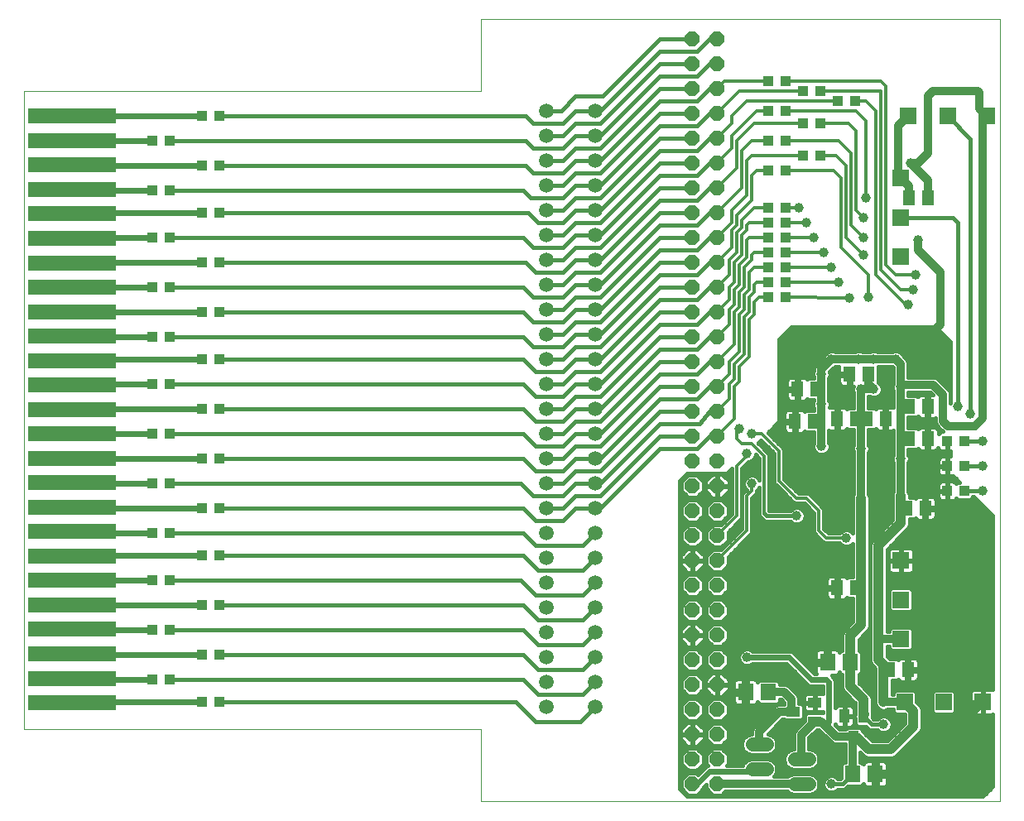
<source format=gbl>
G75*
%MOIN*%
%OFA0B0*%
%FSLAX24Y24*%
%IPPOS*%
%LPD*%
%AMOC8*
5,1,8,0,0,1.08239X$1,22.5*
%
%ADD10C,0.0000*%
%ADD11C,0.0591*%
%ADD12R,0.3543X0.0591*%
%ADD13R,0.0394X0.0433*%
%ADD14OC8,0.0600*%
%ADD15C,0.0560*%
%ADD16R,0.0551X0.0394*%
%ADD17R,0.0394X0.0551*%
%ADD18R,0.0610X0.0709*%
%ADD19R,0.0669X0.0669*%
%ADD20R,0.0512X0.0591*%
%ADD21C,0.0394*%
%ADD22C,0.0320*%
%ADD23C,0.0160*%
%ADD24C,0.0240*%
%ADD25C,0.0120*%
%ADD26C,0.0400*%
D10*
X000450Y003000D02*
X018850Y003000D01*
X018850Y000100D01*
X039720Y000100D01*
X039720Y031596D01*
X018850Y031596D01*
X018850Y028700D01*
X000450Y028700D01*
X000450Y003000D01*
D11*
X021481Y003924D03*
X021481Y004924D03*
X021481Y005924D03*
X021481Y006924D03*
X021481Y007924D03*
X021481Y008924D03*
X021481Y009924D03*
X021481Y010924D03*
X021481Y011924D03*
X021481Y012924D03*
X021481Y013924D03*
X021481Y014924D03*
X021481Y015924D03*
X021481Y016924D03*
X021481Y017924D03*
X021481Y018924D03*
X021481Y019924D03*
X021481Y020924D03*
X021481Y021924D03*
X021481Y022924D03*
X021481Y023924D03*
X021481Y024924D03*
X021481Y025924D03*
X021481Y026924D03*
X021481Y027924D03*
X023450Y027924D03*
X023450Y026924D03*
X023450Y025924D03*
X023450Y024924D03*
X023450Y023924D03*
X023450Y022924D03*
X023450Y021924D03*
X023450Y020924D03*
X023450Y019924D03*
X023450Y018924D03*
X023450Y017924D03*
X023450Y016924D03*
X023450Y015924D03*
X023450Y014924D03*
X023450Y013924D03*
X023450Y012924D03*
X023450Y011924D03*
X023450Y010924D03*
X023450Y009924D03*
X023450Y008924D03*
X023450Y007924D03*
X023450Y006924D03*
X023450Y005924D03*
X023450Y004924D03*
X023450Y003924D03*
D12*
X002372Y004078D03*
X002372Y005062D03*
X002372Y006046D03*
X002372Y007031D03*
X002372Y008015D03*
X002372Y008999D03*
X002372Y009983D03*
X002372Y010968D03*
X002372Y011952D03*
X002372Y012936D03*
X002372Y013920D03*
X002372Y014905D03*
X002372Y015889D03*
X002372Y016873D03*
X002372Y017857D03*
X002372Y018842D03*
X002372Y019826D03*
X002372Y020810D03*
X002372Y021794D03*
X002372Y022779D03*
X002372Y023763D03*
X002372Y024747D03*
X002372Y025731D03*
X002372Y026716D03*
X002372Y027700D03*
D13*
X005615Y026700D03*
X006285Y026700D03*
X007615Y025700D03*
X008285Y025700D03*
X006285Y024700D03*
X005615Y024700D03*
X007615Y023800D03*
X008285Y023800D03*
X006285Y022800D03*
X005615Y022800D03*
X007615Y021800D03*
X008285Y021800D03*
X006285Y020800D03*
X005615Y020800D03*
X007615Y019800D03*
X008285Y019800D03*
X006285Y018800D03*
X005615Y018800D03*
X007615Y017900D03*
X008285Y017900D03*
X006285Y016900D03*
X005615Y016900D03*
X007615Y015900D03*
X008285Y015900D03*
X006285Y014900D03*
X005615Y014900D03*
X007615Y013900D03*
X008285Y013900D03*
X006285Y012900D03*
X005615Y012900D03*
X007615Y011900D03*
X008285Y011900D03*
X006285Y010900D03*
X005615Y010900D03*
X007615Y010000D03*
X008285Y010000D03*
X006285Y009000D03*
X005615Y009000D03*
X007615Y008000D03*
X008285Y008000D03*
X006285Y007000D03*
X005615Y007000D03*
X007615Y006000D03*
X008285Y006000D03*
X006285Y005000D03*
X005615Y005000D03*
X007615Y004100D03*
X008285Y004100D03*
X030415Y020400D03*
X030415Y021000D03*
X030415Y021600D03*
X030415Y022200D03*
X030415Y022800D03*
X030415Y023400D03*
X030415Y024000D03*
X031085Y024000D03*
X031085Y023400D03*
X031085Y022800D03*
X031085Y022200D03*
X031085Y021600D03*
X031085Y021000D03*
X031085Y020400D03*
X031085Y025500D03*
X030415Y025500D03*
X031815Y026100D03*
X032485Y026100D03*
X031085Y026700D03*
X030415Y026700D03*
X031815Y027400D03*
X032485Y027400D03*
X033215Y028300D03*
X033885Y028300D03*
X032485Y028700D03*
X031815Y028700D03*
X031085Y029100D03*
X030415Y029100D03*
X030415Y027900D03*
X031085Y027900D03*
X037615Y014600D03*
X038285Y014600D03*
X038285Y013600D03*
X037615Y013600D03*
X037615Y012600D03*
X038285Y012600D03*
X008285Y027700D03*
X007615Y027700D03*
D14*
X027350Y027800D03*
X027350Y026800D03*
X027350Y025800D03*
X027350Y024800D03*
X027350Y023800D03*
X028350Y023800D03*
X028350Y024800D03*
X028350Y025800D03*
X028350Y026800D03*
X028350Y027800D03*
X028350Y028800D03*
X027350Y028800D03*
X027350Y029800D03*
X027350Y030800D03*
X028350Y030800D03*
X028350Y029800D03*
X028350Y022800D03*
X028350Y021800D03*
X028350Y020800D03*
X028350Y019800D03*
X028350Y018800D03*
X028350Y017800D03*
X028350Y016800D03*
X027350Y016800D03*
X027350Y017800D03*
X027350Y018800D03*
X027350Y019800D03*
X027350Y020800D03*
X027350Y021800D03*
X027350Y022800D03*
X027350Y015800D03*
X027350Y014800D03*
X027350Y013800D03*
X027350Y012800D03*
X027350Y011800D03*
X027350Y010800D03*
X028350Y010800D03*
X028350Y011800D03*
X028350Y012800D03*
X028350Y013800D03*
X028350Y014800D03*
X028350Y015800D03*
X028350Y009800D03*
X028350Y008800D03*
X028350Y007800D03*
X028350Y006800D03*
X028350Y005800D03*
X028350Y004800D03*
X027350Y004800D03*
X027350Y005800D03*
X027350Y006800D03*
X027350Y007800D03*
X027350Y008800D03*
X027350Y009800D03*
X027350Y003800D03*
X027350Y002800D03*
X027350Y001800D03*
X027350Y000800D03*
X028350Y000800D03*
X028350Y001800D03*
X028350Y002800D03*
X028350Y003800D03*
D15*
X029770Y002400D02*
X030330Y002400D01*
X030330Y001400D02*
X029770Y001400D01*
X031470Y001800D02*
X032030Y001800D01*
X032030Y000800D02*
X031470Y000800D01*
D16*
X032283Y003326D03*
X032283Y004074D03*
X031417Y003700D03*
D17*
X033476Y003533D03*
X034224Y003533D03*
X033850Y002667D03*
D18*
X033787Y001200D03*
X034713Y001200D03*
X030413Y004500D03*
X029487Y004500D03*
X032787Y005700D03*
X033713Y005700D03*
D19*
X035750Y006650D03*
X035750Y008225D03*
X035750Y009800D03*
X035900Y004100D03*
X037475Y004100D03*
X039050Y004100D03*
X035750Y022050D03*
X035750Y023625D03*
X035750Y025200D03*
X036050Y027700D03*
X037625Y027700D03*
X039200Y027700D03*
D20*
X036824Y024400D03*
X036076Y024400D03*
X034424Y017300D03*
X033676Y017300D03*
X032324Y016700D03*
X031576Y016700D03*
X031476Y015400D03*
X032224Y015400D03*
X033176Y015500D03*
X033924Y015500D03*
X034376Y015500D03*
X035124Y015500D03*
X036076Y016000D03*
X036824Y016000D03*
X036824Y014700D03*
X036076Y014700D03*
X035976Y011900D03*
X036724Y011900D03*
X033924Y008700D03*
X033176Y008700D03*
X035276Y005400D03*
X036024Y005400D03*
D21*
X036650Y005000D03*
X036650Y005800D03*
X034450Y005100D03*
X035050Y003200D03*
X032950Y000800D03*
X029550Y005900D03*
X029550Y007000D03*
X029750Y009000D03*
X032450Y008400D03*
X033550Y009900D03*
X033550Y010700D03*
X034650Y011200D03*
X035150Y012300D03*
X035750Y013900D03*
X035050Y014700D03*
X034150Y014300D03*
X033250Y014700D03*
X032550Y014400D03*
X031950Y014700D03*
X032550Y016100D03*
X033250Y016300D03*
X034150Y016700D03*
X034650Y016700D03*
X035050Y016300D03*
X035750Y016800D03*
X036450Y017400D03*
X035550Y017900D03*
X036250Y018200D03*
X034650Y017900D03*
X034050Y017900D03*
X033350Y018400D03*
X032950Y017900D03*
X032550Y017300D03*
X032050Y017900D03*
X032050Y018400D03*
X033660Y020390D03*
X033250Y021000D03*
X032950Y021600D03*
X032650Y022200D03*
X032250Y022800D03*
X031950Y023400D03*
X031650Y024000D03*
X034250Y023600D03*
X034350Y024400D03*
X034250Y022800D03*
X034250Y022100D03*
X034450Y020400D03*
X036020Y020100D03*
X036250Y020700D03*
X036350Y021300D03*
X036450Y022700D03*
X036150Y025800D03*
X038050Y016000D03*
X038550Y015700D03*
X039050Y014600D03*
X039050Y013600D03*
X039050Y012600D03*
X037850Y011700D03*
X037060Y010520D03*
X032950Y012200D03*
X031550Y011600D03*
X029750Y012900D03*
X029550Y014100D03*
X029750Y014900D03*
X029250Y015100D03*
X036450Y015400D03*
D22*
X036076Y016000D02*
X035750Y016000D01*
X035750Y014700D01*
X036076Y014700D01*
X035750Y014700D02*
X035750Y013900D01*
X035750Y012400D01*
X035750Y012000D02*
X035850Y011900D01*
X035976Y011900D01*
X034150Y012300D02*
X034150Y014300D01*
X034150Y015500D01*
X034150Y016700D01*
X034650Y016700D01*
X034424Y016926D01*
X034424Y017300D01*
X034650Y017900D02*
X034050Y017900D01*
X032950Y017900D01*
X032550Y017500D01*
X032550Y017300D01*
X032550Y016600D01*
X032450Y016700D01*
X032324Y016700D01*
X032550Y016600D02*
X032550Y016100D01*
X032550Y015400D01*
X032224Y015400D01*
X032550Y015400D02*
X032550Y014400D01*
X035750Y016000D02*
X035750Y016800D01*
X035826Y016876D01*
X037050Y016876D01*
X037450Y016476D01*
X037450Y015400D01*
X037650Y015200D01*
X038750Y015200D01*
X039050Y015550D01*
X039050Y027550D01*
X039200Y027700D01*
X039150Y027750D01*
X038900Y028000D01*
X038900Y028650D01*
X038850Y028700D01*
X037050Y028700D01*
X036850Y028500D01*
X036850Y026200D01*
X036450Y025800D01*
X036150Y025800D01*
X036824Y025126D01*
X036824Y024400D01*
X036076Y024400D02*
X036076Y024874D01*
X035750Y025200D01*
X035650Y025300D01*
X035650Y027300D01*
X036050Y027700D01*
X039150Y027750D02*
X039150Y027750D01*
X036450Y022700D02*
X036450Y022300D01*
X037350Y021400D01*
X037350Y019300D01*
X036250Y018200D01*
X035750Y017700D02*
X035750Y016800D01*
X035750Y017700D02*
X035550Y017900D01*
X034650Y017900D01*
X034900Y006650D02*
X035750Y006650D01*
X034900Y006650D02*
X034850Y006600D01*
X035050Y004100D02*
X035900Y004100D01*
X034313Y003622D02*
X034224Y003533D01*
X033817Y002700D02*
X033150Y002700D01*
X032700Y003150D01*
X032524Y003326D01*
X032283Y003326D01*
X031750Y002793D01*
X031750Y001800D01*
X031750Y000800D02*
X028350Y000800D01*
X030050Y002400D02*
X030050Y002900D01*
X030850Y003700D01*
X031417Y003700D01*
X031350Y003767D01*
X031350Y004200D01*
X031050Y004500D01*
X030413Y004500D01*
X033817Y002700D02*
X033850Y002667D01*
X033787Y002604D01*
X033787Y001200D01*
X034713Y001200D02*
X035250Y001200D01*
X036550Y002500D01*
X037450Y002500D01*
X039050Y004100D01*
D23*
X039068Y004118D02*
X039032Y004118D01*
X039032Y004082D01*
X039068Y004082D01*
X039068Y003585D01*
X039408Y003585D01*
X039450Y003597D01*
X039450Y000700D01*
X039050Y000300D01*
X027150Y000300D01*
X026850Y000600D01*
X026850Y013000D01*
X027150Y013300D01*
X028750Y013300D01*
X028950Y013500D01*
X028950Y011683D01*
X028507Y011240D01*
X028168Y011240D01*
X027910Y010982D01*
X027910Y010618D01*
X028168Y010360D01*
X028532Y010360D01*
X028790Y010618D01*
X028790Y010957D01*
X029350Y011517D01*
X029350Y013517D01*
X029596Y013763D01*
X029617Y013763D01*
X029741Y013814D01*
X029836Y013909D01*
X029887Y014033D01*
X029887Y014080D01*
X030050Y013917D01*
X030050Y013056D01*
X030036Y013091D01*
X029941Y013186D01*
X029817Y013237D01*
X029683Y013237D01*
X029559Y013186D01*
X029464Y013091D01*
X029413Y012967D01*
X029413Y012833D01*
X029464Y012709D01*
X029520Y012653D01*
X029467Y012600D01*
X029350Y012483D01*
X029350Y011083D01*
X028507Y010240D01*
X028168Y010240D01*
X027910Y009982D01*
X027910Y009618D01*
X028168Y009360D01*
X028532Y009360D01*
X028790Y009618D01*
X028790Y009957D01*
X029750Y010917D01*
X029750Y012317D01*
X029950Y012517D01*
X029950Y012624D01*
X030036Y012709D01*
X030050Y012744D01*
X030050Y011811D01*
X030030Y011791D01*
X030030Y011609D01*
X030259Y011380D01*
X031294Y011380D01*
X031359Y011314D01*
X031483Y011263D01*
X031617Y011263D01*
X031741Y011314D01*
X031836Y011409D01*
X031887Y011533D01*
X031887Y011667D01*
X031836Y011791D01*
X031741Y011886D01*
X031617Y011937D01*
X031483Y011937D01*
X031359Y011886D01*
X031294Y011820D01*
X030450Y011820D01*
X030450Y014083D01*
X029991Y014541D01*
X030109Y014659D01*
X030650Y014117D01*
X030650Y012917D01*
X030767Y012800D01*
X030767Y012800D01*
X031350Y012217D01*
X031467Y012100D01*
X031867Y012100D01*
X032250Y011717D01*
X032250Y010917D01*
X032550Y010617D01*
X032667Y010500D01*
X033274Y010500D01*
X033359Y010414D01*
X033483Y010363D01*
X033617Y010363D01*
X033741Y010414D01*
X033810Y010484D01*
X033810Y009135D01*
X033610Y009135D01*
X033578Y009103D01*
X033576Y009106D01*
X033542Y009139D01*
X033501Y009163D01*
X033456Y009175D01*
X033224Y009175D01*
X033224Y008748D01*
X033128Y008748D01*
X033128Y009175D01*
X032896Y009175D01*
X032851Y009163D01*
X032810Y009139D01*
X032776Y009106D01*
X032752Y009065D01*
X032740Y009019D01*
X032740Y008748D01*
X033128Y008748D01*
X033128Y008652D01*
X033224Y008652D01*
X033224Y008225D01*
X033456Y008225D01*
X033501Y008237D01*
X033542Y008261D01*
X033576Y008294D01*
X033578Y008297D01*
X033610Y008265D01*
X033810Y008265D01*
X033810Y007341D01*
X033424Y006955D01*
X033373Y006830D01*
X033373Y006194D01*
X033349Y006194D01*
X033267Y006112D01*
X033267Y006097D01*
X033260Y006124D01*
X033237Y006165D01*
X033203Y006198D01*
X033162Y006222D01*
X033116Y006234D01*
X032860Y006234D01*
X032860Y005773D01*
X032715Y005773D01*
X032715Y006234D01*
X032459Y006234D01*
X032413Y006222D01*
X032372Y006198D01*
X032338Y006165D01*
X032315Y006124D01*
X032302Y006078D01*
X032302Y005773D01*
X032715Y005773D01*
X032715Y005627D01*
X032302Y005627D01*
X032302Y005322D01*
X032315Y005276D01*
X032324Y005260D01*
X032258Y005260D01*
X031397Y006120D01*
X031302Y006160D01*
X029766Y006160D01*
X029741Y006186D01*
X029617Y006237D01*
X029483Y006237D01*
X029359Y006186D01*
X029264Y006091D01*
X029213Y005967D01*
X029213Y005833D01*
X029264Y005709D01*
X029359Y005614D01*
X029483Y005563D01*
X029617Y005563D01*
X029741Y005614D01*
X029766Y005640D01*
X031142Y005640D01*
X031930Y004853D01*
X032003Y004780D01*
X032098Y004740D01*
X032590Y004740D01*
X032590Y004449D01*
X032582Y004451D01*
X032301Y004451D01*
X032301Y004092D01*
X032265Y004092D01*
X032265Y004056D01*
X032301Y004056D01*
X032301Y003697D01*
X032582Y003697D01*
X032590Y003699D01*
X032590Y003663D01*
X031949Y003663D01*
X031867Y003581D01*
X031867Y003335D01*
X031496Y002963D01*
X031450Y002853D01*
X031450Y002220D01*
X031386Y002220D01*
X031232Y002156D01*
X031114Y002038D01*
X031050Y001884D01*
X031050Y001716D01*
X031114Y001562D01*
X031232Y001444D01*
X031386Y001380D01*
X032114Y001380D01*
X032268Y001444D01*
X032386Y001562D01*
X032450Y001716D01*
X032450Y001884D01*
X032386Y002038D01*
X032268Y002156D01*
X032114Y002220D01*
X032050Y002220D01*
X032050Y002669D01*
X032370Y002989D01*
X032437Y002989D01*
X032446Y002980D01*
X032896Y002530D01*
X032980Y002446D01*
X033090Y002400D01*
X033487Y002400D01*
X033487Y001694D01*
X033424Y001694D01*
X033342Y001612D01*
X033342Y001066D01*
X033296Y001020D01*
X033206Y001020D01*
X033141Y001086D01*
X033017Y001137D01*
X032883Y001137D01*
X032759Y001086D01*
X032664Y000991D01*
X032613Y000867D01*
X032613Y000733D01*
X032664Y000609D01*
X032759Y000514D01*
X032883Y000463D01*
X033017Y000463D01*
X033141Y000514D01*
X033206Y000580D01*
X033479Y000580D01*
X033604Y000706D01*
X034151Y000706D01*
X034233Y000788D01*
X034233Y000803D01*
X034240Y000776D01*
X034263Y000735D01*
X034297Y000702D01*
X034338Y000678D01*
X034384Y000666D01*
X034640Y000666D01*
X034640Y001127D01*
X034785Y001127D01*
X034785Y000666D01*
X035041Y000666D01*
X035087Y000678D01*
X035128Y000702D01*
X035162Y000735D01*
X035185Y000776D01*
X035198Y000822D01*
X035198Y001127D01*
X034785Y001127D01*
X034785Y001273D01*
X034640Y001273D01*
X034640Y001734D01*
X034384Y001734D01*
X034338Y001722D01*
X034297Y001698D01*
X034263Y001665D01*
X034240Y001624D01*
X034233Y001597D01*
X034233Y001612D01*
X034151Y001694D01*
X034087Y001694D01*
X034087Y002082D01*
X034162Y002007D01*
X034257Y001912D01*
X034382Y001860D01*
X035418Y001860D01*
X035543Y001912D01*
X036443Y002812D01*
X036538Y002907D01*
X036590Y003032D01*
X036590Y003818D01*
X036538Y003943D01*
X036375Y004106D01*
X036375Y004493D01*
X036293Y004575D01*
X035508Y004575D01*
X035426Y004493D01*
X035426Y004400D01*
X035390Y004400D01*
X035390Y004965D01*
X035590Y004965D01*
X035622Y004997D01*
X035624Y004994D01*
X035658Y004961D01*
X035699Y004937D01*
X035744Y004925D01*
X035976Y004925D01*
X035976Y005352D01*
X036072Y005352D01*
X036072Y004925D01*
X036304Y004925D01*
X036349Y004937D01*
X036390Y004961D01*
X036424Y004994D01*
X036448Y005035D01*
X036460Y005081D01*
X036460Y005352D01*
X036072Y005352D01*
X036072Y005448D01*
X035976Y005448D01*
X035976Y005875D01*
X035744Y005875D01*
X035699Y005863D01*
X035658Y005839D01*
X035624Y005806D01*
X035622Y005803D01*
X035590Y005835D01*
X035296Y005835D01*
X035190Y005941D01*
X035190Y006350D01*
X035275Y006350D01*
X035275Y006258D01*
X035357Y006176D01*
X036143Y006176D01*
X036225Y006258D01*
X036225Y007043D01*
X036143Y007125D01*
X035357Y007125D01*
X035275Y007043D01*
X035275Y006950D01*
X035190Y006950D01*
X035190Y010259D01*
X035943Y011012D01*
X036038Y011107D01*
X036090Y011232D01*
X036090Y011465D01*
X036290Y011465D01*
X036322Y011497D01*
X036324Y011494D01*
X036358Y011461D01*
X036399Y011437D01*
X036444Y011425D01*
X036676Y011425D01*
X036676Y011852D01*
X036772Y011852D01*
X036772Y011425D01*
X037004Y011425D01*
X037049Y011437D01*
X037090Y011461D01*
X037124Y011494D01*
X037148Y011535D01*
X037160Y011581D01*
X037160Y011852D01*
X036772Y011852D01*
X036772Y011948D01*
X036676Y011948D01*
X036676Y012375D01*
X036444Y012375D01*
X036399Y012363D01*
X036358Y012339D01*
X036324Y012306D01*
X036322Y012303D01*
X036290Y012335D01*
X036090Y012335D01*
X036090Y012468D01*
X036050Y012564D01*
X036050Y013744D01*
X036087Y013833D01*
X036087Y013967D01*
X036050Y014056D01*
X036050Y014265D01*
X036390Y014265D01*
X036422Y014297D01*
X036424Y014294D01*
X036458Y014261D01*
X036499Y014237D01*
X036544Y014225D01*
X036776Y014225D01*
X036776Y014652D01*
X036872Y014652D01*
X036872Y014225D01*
X037104Y014225D01*
X037149Y014237D01*
X037190Y014261D01*
X037224Y014294D01*
X037246Y014332D01*
X037251Y014314D01*
X037274Y014273D01*
X037308Y014239D01*
X037349Y014216D01*
X037395Y014203D01*
X037597Y014203D01*
X037597Y014582D01*
X037634Y014582D01*
X037634Y014203D01*
X037750Y014203D01*
X037750Y013997D01*
X037634Y013997D01*
X037634Y013618D01*
X037597Y013618D01*
X037597Y013582D01*
X037239Y013582D01*
X037239Y013360D01*
X037251Y013314D01*
X037274Y013273D01*
X037308Y013239D01*
X037349Y013216D01*
X037395Y013203D01*
X037597Y013203D01*
X037597Y013582D01*
X037634Y013582D01*
X037634Y013203D01*
X037836Y013203D01*
X037844Y013206D01*
X038093Y012957D01*
X038030Y012957D01*
X037972Y012899D01*
X037956Y012927D01*
X037923Y012961D01*
X037882Y012984D01*
X037836Y012997D01*
X037634Y012997D01*
X037634Y012618D01*
X037597Y012618D01*
X037597Y012582D01*
X037239Y012582D01*
X037239Y012360D01*
X037251Y012314D01*
X037274Y012273D01*
X037308Y012239D01*
X037349Y012216D01*
X037395Y012203D01*
X037597Y012203D01*
X037597Y012582D01*
X037634Y012582D01*
X037634Y012203D01*
X037836Y012203D01*
X037882Y012216D01*
X037923Y012239D01*
X037956Y012273D01*
X037972Y012301D01*
X038030Y012243D01*
X038539Y012243D01*
X038621Y012325D01*
X038621Y012380D01*
X038670Y012380D01*
X039450Y011600D01*
X039450Y004603D01*
X039408Y004615D01*
X039068Y004615D01*
X039068Y004118D01*
X039032Y004118D02*
X039032Y004615D01*
X038692Y004615D01*
X038646Y004602D01*
X038605Y004579D01*
X038571Y004545D01*
X038548Y004504D01*
X038535Y004458D01*
X038535Y004118D01*
X039032Y004118D01*
X039032Y004082D02*
X038535Y004082D01*
X038535Y003742D01*
X038548Y003696D01*
X038571Y003655D01*
X038605Y003621D01*
X038646Y003598D01*
X038692Y003585D01*
X039032Y003585D01*
X039032Y004082D01*
X039032Y004063D02*
X039068Y004063D01*
X039068Y004221D02*
X039032Y004221D01*
X039032Y004380D02*
X039068Y004380D01*
X039068Y004538D02*
X039032Y004538D01*
X039450Y004697D02*
X035390Y004697D01*
X035390Y004855D02*
X039450Y004855D01*
X039450Y005014D02*
X036435Y005014D01*
X036460Y005172D02*
X039450Y005172D01*
X039450Y005331D02*
X036460Y005331D01*
X036460Y005448D02*
X036072Y005448D01*
X036072Y005875D01*
X036304Y005875D01*
X036349Y005863D01*
X036390Y005839D01*
X036424Y005806D01*
X036448Y005765D01*
X036460Y005719D01*
X036460Y005448D01*
X036460Y005489D02*
X039450Y005489D01*
X039450Y005648D02*
X036460Y005648D01*
X036424Y005806D02*
X039450Y005806D01*
X039450Y005965D02*
X035190Y005965D01*
X035190Y006123D02*
X039450Y006123D01*
X039450Y006282D02*
X036225Y006282D01*
X036225Y006440D02*
X039450Y006440D01*
X039450Y006599D02*
X036225Y006599D01*
X036225Y006757D02*
X039450Y006757D01*
X039450Y006916D02*
X036225Y006916D01*
X036194Y007074D02*
X039450Y007074D01*
X039450Y007233D02*
X035190Y007233D01*
X035190Y007391D02*
X039450Y007391D01*
X039450Y007550D02*
X035190Y007550D01*
X035190Y007708D02*
X039450Y007708D01*
X039450Y007867D02*
X036225Y007867D01*
X036225Y007833D02*
X036143Y007751D01*
X035357Y007751D01*
X035275Y007833D01*
X035275Y008618D01*
X035357Y008700D01*
X036143Y008700D01*
X036225Y008618D01*
X036225Y007833D01*
X036225Y008025D02*
X039450Y008025D01*
X039450Y008184D02*
X036225Y008184D01*
X036225Y008342D02*
X039450Y008342D01*
X039450Y008501D02*
X036225Y008501D01*
X036183Y008659D02*
X039450Y008659D01*
X039450Y008818D02*
X035190Y008818D01*
X035190Y008976D02*
X039450Y008976D01*
X039450Y009135D02*
X035190Y009135D01*
X035190Y009293D02*
X035363Y009293D01*
X035346Y009298D02*
X035392Y009285D01*
X035732Y009285D01*
X035732Y009782D01*
X035768Y009782D01*
X035768Y009818D01*
X036265Y009818D01*
X036265Y010158D01*
X036252Y010204D01*
X036229Y010245D01*
X036195Y010279D01*
X036154Y010302D01*
X036108Y010315D01*
X035768Y010315D01*
X035768Y009818D01*
X035732Y009818D01*
X035732Y009782D01*
X035235Y009782D01*
X035235Y009442D01*
X035248Y009396D01*
X035271Y009355D01*
X035305Y009321D01*
X035346Y009298D01*
X035235Y009452D02*
X035190Y009452D01*
X035190Y009610D02*
X035235Y009610D01*
X035235Y009769D02*
X035190Y009769D01*
X035235Y009818D02*
X035732Y009818D01*
X035732Y010315D01*
X035392Y010315D01*
X035346Y010302D01*
X035305Y010279D01*
X035271Y010245D01*
X035248Y010204D01*
X035235Y010158D01*
X035235Y009818D01*
X035235Y009927D02*
X035190Y009927D01*
X035190Y010086D02*
X035235Y010086D01*
X035271Y010244D02*
X035190Y010244D01*
X035333Y010403D02*
X039450Y010403D01*
X039450Y010561D02*
X035492Y010561D01*
X035650Y010720D02*
X039450Y010720D01*
X039450Y010878D02*
X035809Y010878D01*
X035967Y011037D02*
X039450Y011037D01*
X039450Y011195D02*
X036075Y011195D01*
X036090Y011354D02*
X039450Y011354D01*
X039450Y011512D02*
X037134Y011512D01*
X037160Y011671D02*
X039379Y011671D01*
X039221Y011829D02*
X037160Y011829D01*
X037160Y011948D02*
X037160Y012219D01*
X037148Y012265D01*
X037124Y012306D01*
X037090Y012339D01*
X037049Y012363D01*
X037004Y012375D01*
X036772Y012375D01*
X036772Y011948D01*
X037160Y011948D01*
X037160Y011988D02*
X039062Y011988D01*
X038904Y012146D02*
X037160Y012146D01*
X037125Y012305D02*
X037256Y012305D01*
X037239Y012463D02*
X036090Y012463D01*
X036050Y012622D02*
X037239Y012622D01*
X037239Y012618D02*
X037597Y012618D01*
X037597Y012997D01*
X037395Y012997D01*
X037349Y012984D01*
X037308Y012961D01*
X037274Y012927D01*
X037251Y012886D01*
X037239Y012840D01*
X037239Y012618D01*
X037239Y012780D02*
X036050Y012780D01*
X036050Y012939D02*
X037286Y012939D01*
X037597Y012939D02*
X037634Y012939D01*
X037634Y012780D02*
X037597Y012780D01*
X037597Y012622D02*
X037634Y012622D01*
X037634Y012463D02*
X037597Y012463D01*
X037597Y012305D02*
X037634Y012305D01*
X037945Y012939D02*
X038012Y012939D01*
X037953Y013097D02*
X036050Y013097D01*
X036050Y013256D02*
X037292Y013256D01*
X037239Y013414D02*
X036050Y013414D01*
X036050Y013573D02*
X037239Y013573D01*
X037239Y013618D02*
X037597Y013618D01*
X037597Y013997D01*
X037395Y013997D01*
X037349Y013984D01*
X037308Y013961D01*
X037274Y013927D01*
X037251Y013886D01*
X037239Y013840D01*
X037239Y013618D01*
X037239Y013731D02*
X036050Y013731D01*
X036087Y013890D02*
X037253Y013890D01*
X037383Y014207D02*
X036050Y014207D01*
X036053Y014048D02*
X037750Y014048D01*
X037634Y013890D02*
X037597Y013890D01*
X037597Y013731D02*
X037634Y013731D01*
X037634Y013573D02*
X037597Y013573D01*
X037597Y013414D02*
X037634Y013414D01*
X037634Y013256D02*
X037597Y013256D01*
X038285Y013600D02*
X039050Y013600D01*
X039050Y012600D02*
X038285Y012600D01*
X038601Y012305D02*
X038745Y012305D01*
X036772Y012305D02*
X036676Y012305D01*
X036676Y012146D02*
X036772Y012146D01*
X036772Y011988D02*
X036676Y011988D01*
X036676Y011829D02*
X036772Y011829D01*
X036772Y011671D02*
X036676Y011671D01*
X036676Y011512D02*
X036772Y011512D01*
X036323Y012305D02*
X036321Y012305D01*
X035450Y012564D02*
X035410Y012468D01*
X035410Y011441D01*
X034562Y010593D01*
X034510Y010468D01*
X034510Y005732D01*
X034562Y005607D01*
X034657Y005512D01*
X034710Y005459D01*
X034710Y004032D01*
X034762Y003907D01*
X034857Y003812D01*
X034982Y003760D01*
X035118Y003760D01*
X035214Y003800D01*
X035426Y003800D01*
X035426Y003707D01*
X035508Y003625D01*
X035894Y003625D01*
X035910Y003610D01*
X035910Y003241D01*
X035209Y002540D01*
X034591Y002540D01*
X034187Y002944D01*
X034187Y003001D01*
X034105Y003083D01*
X033715Y003083D01*
X033742Y003090D01*
X033783Y003113D01*
X033817Y003147D01*
X033841Y003188D01*
X033853Y003234D01*
X033853Y003515D01*
X033494Y003515D01*
X033494Y003077D01*
X033590Y003077D01*
X033513Y003001D01*
X033513Y003000D01*
X033274Y003000D01*
X033085Y003189D01*
X033101Y003227D01*
X033111Y003188D01*
X033135Y003147D01*
X033169Y003113D01*
X033210Y003090D01*
X033255Y003077D01*
X033458Y003077D01*
X033458Y003515D01*
X033494Y003515D01*
X033494Y003551D01*
X033853Y003551D01*
X033853Y003832D01*
X033841Y003878D01*
X033817Y003919D01*
X033783Y003953D01*
X033742Y003976D01*
X033697Y003989D01*
X033494Y003989D01*
X033494Y003552D01*
X033458Y003552D01*
X033458Y003989D01*
X033255Y003989D01*
X033210Y003976D01*
X033169Y003953D01*
X033135Y003919D01*
X033111Y003878D01*
X033110Y003873D01*
X033110Y004952D01*
X033070Y005047D01*
X032997Y005120D01*
X032952Y005166D01*
X033116Y005166D01*
X033162Y005178D01*
X033203Y005202D01*
X033237Y005235D01*
X033260Y005276D01*
X033267Y005303D01*
X033267Y005288D01*
X033349Y005206D01*
X033373Y005206D01*
X033373Y004670D01*
X033424Y004545D01*
X033910Y004059D01*
X033910Y003889D01*
X033887Y003867D01*
X033887Y003608D01*
X033884Y003601D01*
X033884Y003465D01*
X033887Y003458D01*
X033887Y003199D01*
X033969Y003117D01*
X034328Y003117D01*
X034466Y002980D01*
X034794Y002980D01*
X034859Y002914D01*
X034983Y002863D01*
X035117Y002863D01*
X035241Y002914D01*
X035336Y003009D01*
X035387Y003133D01*
X035387Y003267D01*
X035336Y003391D01*
X035241Y003486D01*
X035117Y003537D01*
X034983Y003537D01*
X034859Y003486D01*
X034794Y003420D01*
X034648Y003420D01*
X034586Y003482D01*
X034590Y003491D01*
X034590Y003507D01*
X034613Y003562D01*
X034613Y003681D01*
X034590Y003736D01*
X034590Y004268D01*
X034538Y004393D01*
X034443Y004488D01*
X034053Y004878D01*
X034053Y005206D01*
X034076Y005206D01*
X034158Y005288D01*
X034158Y006112D01*
X034076Y006194D01*
X034053Y006194D01*
X034053Y006622D01*
X034343Y006912D01*
X034438Y007007D01*
X034490Y007132D01*
X034490Y012368D01*
X034450Y012464D01*
X034450Y014144D01*
X034487Y014233D01*
X034487Y014367D01*
X034450Y014456D01*
X034450Y015065D01*
X034690Y015065D01*
X034722Y015097D01*
X034724Y015094D01*
X034758Y015061D01*
X034799Y015037D01*
X034844Y015025D01*
X035076Y015025D01*
X035076Y015452D01*
X035172Y015452D01*
X035172Y015025D01*
X035404Y015025D01*
X035449Y015037D01*
X035450Y015037D01*
X035450Y014056D01*
X035413Y013967D01*
X035413Y013833D01*
X035450Y013744D01*
X035450Y012564D01*
X035450Y012622D02*
X034450Y012622D01*
X034450Y012780D02*
X035450Y012780D01*
X035450Y012939D02*
X034450Y012939D01*
X034450Y013097D02*
X035450Y013097D01*
X035450Y013256D02*
X034450Y013256D01*
X034450Y013414D02*
X035450Y013414D01*
X035450Y013573D02*
X034450Y013573D01*
X034450Y013731D02*
X035450Y013731D01*
X035413Y013890D02*
X034450Y013890D01*
X034450Y014048D02*
X035447Y014048D01*
X035450Y014207D02*
X034476Y014207D01*
X034487Y014365D02*
X035450Y014365D01*
X035450Y014524D02*
X034450Y014524D01*
X034450Y014682D02*
X035450Y014682D01*
X035450Y014841D02*
X034450Y014841D01*
X034450Y014999D02*
X035450Y014999D01*
X035172Y015158D02*
X035076Y015158D01*
X035076Y015316D02*
X035172Y015316D01*
X035172Y015548D02*
X035076Y015548D01*
X035076Y015975D01*
X034844Y015975D01*
X034799Y015963D01*
X034758Y015939D01*
X034724Y015906D01*
X034722Y015903D01*
X034690Y015935D01*
X034450Y015935D01*
X034450Y016400D01*
X034494Y016400D01*
X034583Y016363D01*
X034717Y016363D01*
X034841Y016414D01*
X034936Y016509D01*
X034987Y016633D01*
X034987Y016767D01*
X034936Y016891D01*
X034841Y016986D01*
X034820Y016994D01*
X034820Y017600D01*
X035394Y017600D01*
X035448Y017578D01*
X035450Y017576D01*
X035450Y016956D01*
X035413Y016867D01*
X035413Y016733D01*
X035450Y016644D01*
X035450Y015963D01*
X035449Y015963D01*
X035404Y015975D01*
X035172Y015975D01*
X035172Y015548D01*
X035172Y015633D02*
X035076Y015633D01*
X035076Y015792D02*
X035172Y015792D01*
X035172Y015950D02*
X035076Y015950D01*
X034776Y015950D02*
X034450Y015950D01*
X034450Y016109D02*
X035450Y016109D01*
X035450Y016267D02*
X034450Y016267D01*
X034852Y016426D02*
X035450Y016426D01*
X035450Y016584D02*
X034967Y016584D01*
X034987Y016743D02*
X035413Y016743D01*
X035427Y016901D02*
X034925Y016901D01*
X034820Y017060D02*
X035450Y017060D01*
X035450Y017218D02*
X034820Y017218D01*
X034820Y017377D02*
X035450Y017377D01*
X035450Y017535D02*
X034820Y017535D01*
X034806Y018200D02*
X034717Y018237D01*
X034583Y018237D01*
X034494Y018200D01*
X034206Y018200D01*
X034117Y018237D01*
X033983Y018237D01*
X033894Y018200D01*
X033106Y018200D01*
X033017Y018237D01*
X032883Y018237D01*
X032759Y018186D01*
X032664Y018091D01*
X032628Y018002D01*
X032296Y017670D01*
X032250Y017560D01*
X032250Y017456D01*
X032213Y017367D01*
X032213Y017233D01*
X032250Y017144D01*
X032250Y017135D01*
X032010Y017135D01*
X031978Y017103D01*
X031976Y017106D01*
X031942Y017139D01*
X031901Y017163D01*
X031856Y017175D01*
X031624Y017175D01*
X031624Y016748D01*
X031528Y016748D01*
X031528Y017175D01*
X031296Y017175D01*
X031251Y017163D01*
X031210Y017139D01*
X031176Y017106D01*
X031152Y017065D01*
X031140Y017019D01*
X031140Y016748D01*
X031528Y016748D01*
X031528Y016652D01*
X031624Y016652D01*
X031624Y016225D01*
X031856Y016225D01*
X031901Y016237D01*
X031942Y016261D01*
X031976Y016294D01*
X031978Y016297D01*
X032010Y016265D01*
X032250Y016265D01*
X032250Y016256D01*
X032213Y016167D01*
X032213Y016033D01*
X032250Y015944D01*
X032250Y015835D01*
X031910Y015835D01*
X031878Y015803D01*
X031876Y015806D01*
X031842Y015839D01*
X031801Y015863D01*
X031756Y015875D01*
X031524Y015875D01*
X031524Y015448D01*
X031428Y015448D01*
X031428Y015875D01*
X031196Y015875D01*
X031151Y015863D01*
X031110Y015839D01*
X031076Y015806D01*
X031052Y015765D01*
X031040Y015719D01*
X031040Y015448D01*
X031428Y015448D01*
X031428Y015352D01*
X031524Y015352D01*
X031524Y014925D01*
X031756Y014925D01*
X031801Y014937D01*
X031842Y014961D01*
X031876Y014994D01*
X031878Y014997D01*
X031910Y014965D01*
X032250Y014965D01*
X032250Y014556D01*
X032213Y014467D01*
X032213Y014333D01*
X032264Y014209D01*
X032359Y014114D01*
X032483Y014063D01*
X032617Y014063D01*
X032741Y014114D01*
X032836Y014209D01*
X032887Y014333D01*
X032887Y014467D01*
X032850Y014556D01*
X032850Y015037D01*
X032851Y015037D01*
X032896Y015025D01*
X033128Y015025D01*
X033128Y015452D01*
X033224Y015452D01*
X033224Y015025D01*
X033456Y015025D01*
X033501Y015037D01*
X033542Y015061D01*
X033576Y015094D01*
X033578Y015097D01*
X033610Y015065D01*
X033850Y015065D01*
X033850Y014456D01*
X033813Y014367D01*
X033813Y014233D01*
X033850Y014144D01*
X033850Y012464D01*
X033810Y012368D01*
X033810Y010916D01*
X033741Y010986D01*
X033617Y011037D01*
X033483Y011037D01*
X033359Y010986D01*
X033274Y010900D01*
X032833Y010900D01*
X032650Y011083D01*
X032650Y011883D01*
X032533Y012000D01*
X032033Y012500D01*
X031633Y012500D01*
X031050Y013083D01*
X031050Y014283D01*
X030933Y014400D01*
X030391Y014941D01*
X030850Y015400D01*
X030850Y018700D01*
X031350Y019200D01*
X037150Y019200D01*
X037750Y018600D01*
X037750Y016156D01*
X037750Y016156D01*
X037750Y016536D01*
X037704Y016646D01*
X037304Y017046D01*
X037220Y017130D01*
X037110Y017176D01*
X036050Y017176D01*
X036050Y017760D01*
X036004Y017870D01*
X035920Y017954D01*
X035872Y018002D01*
X035836Y018091D01*
X035741Y018186D01*
X035617Y018237D01*
X035483Y018237D01*
X035394Y018200D01*
X034806Y018200D01*
X035757Y018169D02*
X037750Y018169D01*
X037750Y018011D02*
X035869Y018011D01*
X036012Y017852D02*
X037750Y017852D01*
X037750Y017694D02*
X036050Y017694D01*
X036050Y017535D02*
X037750Y017535D01*
X037750Y017377D02*
X036050Y017377D01*
X036050Y017218D02*
X037750Y017218D01*
X037750Y017060D02*
X037291Y017060D01*
X037449Y016901D02*
X037750Y016901D01*
X037750Y016743D02*
X037608Y016743D01*
X037730Y016584D02*
X037750Y016584D01*
X037750Y016426D02*
X037750Y016426D01*
X037750Y016267D02*
X037750Y016267D01*
X038050Y016000D02*
X038050Y023400D01*
X037825Y023625D01*
X035750Y023625D01*
X038550Y026775D02*
X038550Y015700D01*
X038285Y014600D02*
X039050Y014600D01*
X037634Y014524D02*
X037597Y014524D01*
X037597Y014365D02*
X037634Y014365D01*
X037634Y014207D02*
X037597Y014207D01*
X036872Y014365D02*
X036776Y014365D01*
X036776Y014524D02*
X036872Y014524D01*
X036872Y014748D02*
X036776Y014748D01*
X036776Y015175D01*
X036544Y015175D01*
X036499Y015163D01*
X036458Y015139D01*
X036424Y015106D01*
X036422Y015103D01*
X036390Y015135D01*
X036050Y015135D01*
X036050Y015565D01*
X036390Y015565D01*
X036422Y015597D01*
X036424Y015594D01*
X036458Y015561D01*
X036499Y015537D01*
X036544Y015525D01*
X036776Y015525D01*
X036776Y015952D01*
X036872Y015952D01*
X036872Y015525D01*
X037104Y015525D01*
X037149Y015537D01*
X037150Y015537D01*
X037150Y015340D01*
X037196Y015230D01*
X037280Y015146D01*
X037429Y014997D01*
X037395Y014997D01*
X037349Y014984D01*
X037308Y014961D01*
X037274Y014927D01*
X037260Y014902D01*
X037260Y015019D01*
X037248Y015065D01*
X037224Y015106D01*
X037190Y015139D01*
X037149Y015163D01*
X037104Y015175D01*
X036872Y015175D01*
X036872Y014748D01*
X036872Y014841D02*
X036776Y014841D01*
X036776Y014999D02*
X036872Y014999D01*
X036872Y015158D02*
X036776Y015158D01*
X036489Y015158D02*
X036050Y015158D01*
X036050Y015316D02*
X037160Y015316D01*
X037159Y015158D02*
X037268Y015158D01*
X037260Y014999D02*
X037427Y014999D01*
X037150Y015475D02*
X036050Y015475D01*
X036776Y015633D02*
X036872Y015633D01*
X036872Y015792D02*
X036776Y015792D01*
X036776Y015950D02*
X036872Y015950D01*
X036872Y016048D02*
X036776Y016048D01*
X036776Y016475D01*
X036544Y016475D01*
X036499Y016463D01*
X036458Y016439D01*
X036424Y016406D01*
X036422Y016403D01*
X036390Y016435D01*
X036050Y016435D01*
X036050Y016576D01*
X036926Y016576D01*
X037026Y016475D01*
X036872Y016475D01*
X036872Y016048D01*
X036872Y016109D02*
X036776Y016109D01*
X036776Y016267D02*
X036872Y016267D01*
X036872Y016426D02*
X036776Y016426D01*
X036444Y016426D02*
X036400Y016426D01*
X037750Y018328D02*
X030850Y018328D01*
X030850Y018486D02*
X037750Y018486D01*
X037705Y018645D02*
X030850Y018645D01*
X030953Y018803D02*
X037547Y018803D01*
X037388Y018962D02*
X031112Y018962D01*
X031270Y019120D02*
X037230Y019120D01*
X033813Y016633D02*
X033850Y016544D01*
X033850Y015935D01*
X033610Y015935D01*
X033578Y015903D01*
X033576Y015906D01*
X033542Y015939D01*
X033501Y015963D01*
X033456Y015975D01*
X033224Y015975D01*
X033224Y015548D01*
X033128Y015548D01*
X033128Y015975D01*
X032896Y015975D01*
X032859Y015965D01*
X032887Y016033D01*
X032887Y016167D01*
X032850Y016256D01*
X032850Y017144D01*
X032887Y017233D01*
X032887Y017367D01*
X032873Y017399D01*
X033052Y017578D01*
X033106Y017600D01*
X033240Y017600D01*
X033240Y017348D01*
X033628Y017348D01*
X033628Y017252D01*
X033724Y017252D01*
X033724Y016825D01*
X033837Y016825D01*
X033813Y016767D01*
X033813Y016633D01*
X033833Y016584D02*
X032850Y016584D01*
X032850Y016426D02*
X033850Y016426D01*
X033850Y016267D02*
X032850Y016267D01*
X032887Y016109D02*
X033850Y016109D01*
X033850Y015950D02*
X033524Y015950D01*
X033224Y015950D02*
X033128Y015950D01*
X033128Y015792D02*
X033224Y015792D01*
X033224Y015633D02*
X033128Y015633D01*
X033128Y015316D02*
X033224Y015316D01*
X033224Y015158D02*
X033128Y015158D01*
X032850Y014999D02*
X033850Y014999D01*
X033850Y014841D02*
X032850Y014841D01*
X032850Y014682D02*
X033850Y014682D01*
X033850Y014524D02*
X032863Y014524D01*
X032887Y014365D02*
X033813Y014365D01*
X033824Y014207D02*
X032833Y014207D01*
X032267Y014207D02*
X031050Y014207D01*
X031050Y014048D02*
X033850Y014048D01*
X033850Y013890D02*
X031050Y013890D01*
X031050Y013731D02*
X033850Y013731D01*
X033850Y013573D02*
X031050Y013573D01*
X031050Y013414D02*
X033850Y013414D01*
X033850Y013256D02*
X031050Y013256D01*
X031050Y013097D02*
X033850Y013097D01*
X033850Y012939D02*
X031194Y012939D01*
X031353Y012780D02*
X033850Y012780D01*
X033850Y012622D02*
X031511Y012622D01*
X031263Y012305D02*
X030450Y012305D01*
X030450Y012463D02*
X031104Y012463D01*
X030946Y012622D02*
X030450Y012622D01*
X030450Y012780D02*
X030787Y012780D01*
X030650Y012939D02*
X030450Y012939D01*
X030450Y013097D02*
X030650Y013097D01*
X030650Y013256D02*
X030450Y013256D01*
X030450Y013414D02*
X030650Y013414D01*
X030650Y013573D02*
X030450Y013573D01*
X030450Y013731D02*
X030650Y013731D01*
X030650Y013890D02*
X030450Y013890D01*
X030450Y014048D02*
X030650Y014048D01*
X030561Y014207D02*
X030326Y014207D01*
X030402Y014365D02*
X030168Y014365D01*
X030244Y014524D02*
X030009Y014524D01*
X029919Y014048D02*
X029887Y014048D01*
X029816Y013890D02*
X030050Y013890D01*
X030050Y013731D02*
X029564Y013731D01*
X029405Y013573D02*
X030050Y013573D01*
X030050Y013414D02*
X029350Y013414D01*
X029350Y013256D02*
X030050Y013256D01*
X030050Y013097D02*
X030029Y013097D01*
X029471Y013097D02*
X029350Y013097D01*
X029350Y012939D02*
X029413Y012939D01*
X029435Y012780D02*
X029350Y012780D01*
X029350Y012622D02*
X029489Y012622D01*
X029350Y012463D02*
X029350Y012463D01*
X029350Y012305D02*
X029350Y012305D01*
X029350Y012146D02*
X029350Y012146D01*
X029350Y011988D02*
X029350Y011988D01*
X029350Y011829D02*
X029350Y011829D01*
X029350Y011671D02*
X029350Y011671D01*
X029345Y011512D02*
X029350Y011512D01*
X029350Y011354D02*
X029186Y011354D01*
X029028Y011195D02*
X029350Y011195D01*
X029304Y011037D02*
X028869Y011037D01*
X028790Y010878D02*
X029145Y010878D01*
X028987Y010720D02*
X028790Y010720D01*
X028828Y010561D02*
X028733Y010561D01*
X028670Y010403D02*
X028575Y010403D01*
X028511Y010244D02*
X027585Y010244D01*
X027549Y010280D02*
X027370Y010280D01*
X027370Y009820D01*
X027330Y009820D01*
X027330Y010280D01*
X027151Y010280D01*
X026870Y009999D01*
X026870Y009820D01*
X027330Y009820D01*
X027330Y009780D01*
X026870Y009780D01*
X026870Y009601D01*
X027151Y009320D01*
X027330Y009320D01*
X027330Y009780D01*
X027370Y009780D01*
X027370Y009820D01*
X027830Y009820D01*
X027830Y009999D01*
X027549Y010280D01*
X027532Y010360D02*
X027790Y010618D01*
X027790Y010982D01*
X027532Y011240D01*
X027168Y011240D01*
X026910Y010982D01*
X026910Y010618D01*
X027168Y010360D01*
X027532Y010360D01*
X027575Y010403D02*
X028125Y010403D01*
X027967Y010561D02*
X027733Y010561D01*
X027790Y010720D02*
X027910Y010720D01*
X027910Y010878D02*
X027790Y010878D01*
X027736Y011037D02*
X027964Y011037D01*
X028123Y011195D02*
X027577Y011195D01*
X027532Y011360D02*
X027790Y011618D01*
X027790Y011982D01*
X027532Y012240D01*
X027168Y012240D01*
X026910Y011982D01*
X026910Y011618D01*
X027168Y011360D01*
X027532Y011360D01*
X027684Y011512D02*
X028016Y011512D01*
X027910Y011618D02*
X028168Y011360D01*
X028532Y011360D01*
X028790Y011618D01*
X028790Y011982D01*
X028532Y012240D01*
X028168Y012240D01*
X027910Y011982D01*
X027910Y011618D01*
X027910Y011671D02*
X027790Y011671D01*
X027790Y011829D02*
X027910Y011829D01*
X027915Y011988D02*
X027785Y011988D01*
X027626Y012146D02*
X028074Y012146D01*
X028151Y012320D02*
X027870Y012601D01*
X027870Y012780D01*
X028330Y012780D01*
X028330Y012820D01*
X028330Y013280D01*
X028151Y013280D01*
X027870Y012999D01*
X027870Y012820D01*
X028330Y012820D01*
X028370Y012820D01*
X028370Y013280D01*
X028549Y013280D01*
X028830Y012999D01*
X028830Y012820D01*
X028370Y012820D01*
X028370Y012780D01*
X028830Y012780D01*
X028830Y012601D01*
X028549Y012320D01*
X028370Y012320D01*
X028370Y012780D01*
X028330Y012780D01*
X028330Y012320D01*
X028151Y012320D01*
X028008Y012463D02*
X027635Y012463D01*
X027532Y012360D02*
X027790Y012618D01*
X027790Y012982D01*
X027532Y013240D01*
X027168Y013240D01*
X026910Y012982D01*
X026910Y012618D01*
X027168Y012360D01*
X027532Y012360D01*
X027790Y012622D02*
X027870Y012622D01*
X027790Y012780D02*
X028330Y012780D01*
X028370Y012780D02*
X028950Y012780D01*
X028950Y012622D02*
X028830Y012622D01*
X028950Y012463D02*
X028692Y012463D01*
X028950Y012305D02*
X026850Y012305D01*
X026850Y012463D02*
X027065Y012463D01*
X026910Y012622D02*
X026850Y012622D01*
X026850Y012780D02*
X026910Y012780D01*
X026910Y012939D02*
X026850Y012939D01*
X026947Y013097D02*
X027025Y013097D01*
X027106Y013256D02*
X028127Y013256D01*
X028330Y013256D02*
X028370Y013256D01*
X028370Y013097D02*
X028330Y013097D01*
X028330Y012939D02*
X028370Y012939D01*
X028370Y012622D02*
X028330Y012622D01*
X028330Y012463D02*
X028370Y012463D01*
X028626Y012146D02*
X028950Y012146D01*
X028950Y011988D02*
X028785Y011988D01*
X028790Y011829D02*
X028950Y011829D01*
X028938Y011671D02*
X028790Y011671D01*
X028779Y011512D02*
X028684Y011512D01*
X028621Y011354D02*
X026850Y011354D01*
X026850Y011512D02*
X027016Y011512D01*
X026910Y011671D02*
X026850Y011671D01*
X026850Y011829D02*
X026910Y011829D01*
X026915Y011988D02*
X026850Y011988D01*
X026850Y012146D02*
X027074Y012146D01*
X027790Y012939D02*
X027870Y012939D01*
X027968Y013097D02*
X027675Y013097D01*
X028573Y013256D02*
X028950Y013256D01*
X028950Y013414D02*
X028864Y013414D01*
X028950Y013097D02*
X028732Y013097D01*
X028830Y012939D02*
X028950Y012939D01*
X029750Y012305D02*
X030050Y012305D01*
X030050Y012463D02*
X029896Y012463D01*
X029950Y012622D02*
X030050Y012622D01*
X030050Y012146D02*
X029750Y012146D01*
X029750Y011988D02*
X030050Y011988D01*
X030050Y011829D02*
X029750Y011829D01*
X029750Y011671D02*
X030030Y011671D01*
X030127Y011512D02*
X029750Y011512D01*
X029750Y011354D02*
X031320Y011354D01*
X031550Y011600D02*
X030350Y011600D01*
X030250Y011700D01*
X030450Y011829D02*
X031303Y011829D01*
X031421Y012146D02*
X030450Y012146D01*
X030450Y011988D02*
X031980Y011988D01*
X032138Y011829D02*
X031797Y011829D01*
X031885Y011671D02*
X032250Y011671D01*
X032250Y011512D02*
X031878Y011512D01*
X031780Y011354D02*
X032250Y011354D01*
X032250Y011195D02*
X029750Y011195D01*
X029750Y011037D02*
X032250Y011037D01*
X032289Y010878D02*
X029711Y010878D01*
X029552Y010720D02*
X032448Y010720D01*
X032606Y010561D02*
X029394Y010561D01*
X029235Y010403D02*
X033388Y010403D01*
X033712Y010403D02*
X033810Y010403D01*
X033810Y010244D02*
X029077Y010244D01*
X028918Y010086D02*
X033810Y010086D01*
X033810Y009927D02*
X028790Y009927D01*
X028790Y009769D02*
X033810Y009769D01*
X033810Y009610D02*
X028782Y009610D01*
X028624Y009452D02*
X033810Y009452D01*
X033810Y009293D02*
X026850Y009293D01*
X026850Y009135D02*
X027062Y009135D01*
X027168Y009240D02*
X026910Y008982D01*
X026910Y008618D01*
X027168Y008360D01*
X027532Y008360D01*
X027790Y008618D01*
X027790Y008982D01*
X027532Y009240D01*
X027168Y009240D01*
X027370Y009320D02*
X027549Y009320D01*
X027830Y009601D01*
X027830Y009780D01*
X027370Y009780D01*
X027370Y009320D01*
X027370Y009452D02*
X027330Y009452D01*
X027330Y009610D02*
X027370Y009610D01*
X027370Y009769D02*
X027330Y009769D01*
X027330Y009927D02*
X027370Y009927D01*
X027370Y010086D02*
X027330Y010086D01*
X027330Y010244D02*
X027370Y010244D01*
X027115Y010244D02*
X026850Y010244D01*
X026850Y010086D02*
X026957Y010086D01*
X026870Y009927D02*
X026850Y009927D01*
X026850Y009769D02*
X026870Y009769D01*
X026870Y009610D02*
X026850Y009610D01*
X026850Y009452D02*
X027020Y009452D01*
X026910Y008976D02*
X026850Y008976D01*
X026850Y008818D02*
X026910Y008818D01*
X026910Y008659D02*
X026850Y008659D01*
X026850Y008501D02*
X027027Y008501D01*
X026850Y008342D02*
X032751Y008342D01*
X032752Y008335D02*
X032776Y008294D01*
X032810Y008261D01*
X032851Y008237D01*
X032896Y008225D01*
X033128Y008225D01*
X033128Y008652D01*
X032740Y008652D01*
X032740Y008381D01*
X032752Y008335D01*
X032740Y008501D02*
X028673Y008501D01*
X028790Y008618D02*
X028532Y008360D01*
X028168Y008360D01*
X027910Y008618D01*
X027910Y008982D01*
X028168Y009240D01*
X028532Y009240D01*
X028790Y008982D01*
X028790Y008618D01*
X028790Y008659D02*
X033128Y008659D01*
X033128Y008501D02*
X033224Y008501D01*
X033224Y008342D02*
X033128Y008342D01*
X033128Y008818D02*
X033224Y008818D01*
X033224Y008976D02*
X033128Y008976D01*
X033128Y009135D02*
X033224Y009135D01*
X033547Y009135D02*
X033609Y009135D01*
X032805Y009135D02*
X028638Y009135D01*
X028790Y008976D02*
X032740Y008976D01*
X032740Y008818D02*
X028790Y008818D01*
X028532Y008240D02*
X028168Y008240D01*
X027910Y007982D01*
X027910Y007618D01*
X028168Y007360D01*
X028532Y007360D01*
X028790Y007618D01*
X028790Y007982D01*
X028532Y008240D01*
X028589Y008184D02*
X033810Y008184D01*
X033810Y008025D02*
X028747Y008025D01*
X028790Y007867D02*
X033810Y007867D01*
X033810Y007708D02*
X028790Y007708D01*
X028722Y007550D02*
X033810Y007550D01*
X033810Y007391D02*
X028563Y007391D01*
X028532Y007240D02*
X028168Y007240D01*
X027910Y006982D01*
X027910Y006618D01*
X028168Y006360D01*
X028532Y006360D01*
X028790Y006618D01*
X028790Y006982D01*
X028532Y007240D01*
X028540Y007233D02*
X033702Y007233D01*
X033543Y007074D02*
X028698Y007074D01*
X028790Y006916D02*
X033408Y006916D01*
X033373Y006757D02*
X028790Y006757D01*
X028771Y006599D02*
X033373Y006599D01*
X033373Y006440D02*
X028612Y006440D01*
X028532Y006240D02*
X028168Y006240D01*
X027910Y005982D01*
X027910Y005618D01*
X028168Y005360D01*
X028532Y005360D01*
X028790Y005618D01*
X028790Y005982D01*
X028532Y006240D01*
X028649Y006123D02*
X029297Y006123D01*
X029213Y005965D02*
X028790Y005965D01*
X028790Y005806D02*
X029224Y005806D01*
X029326Y005648D02*
X028790Y005648D01*
X028661Y005489D02*
X031293Y005489D01*
X031452Y005331D02*
X026850Y005331D01*
X026850Y005489D02*
X027039Y005489D01*
X026910Y005618D02*
X027168Y005360D01*
X027532Y005360D01*
X027790Y005618D01*
X027790Y005982D01*
X027532Y006240D01*
X027168Y006240D01*
X026910Y005982D01*
X026910Y005618D01*
X026910Y005648D02*
X026850Y005648D01*
X026850Y005806D02*
X026910Y005806D01*
X026910Y005965D02*
X026850Y005965D01*
X026850Y006123D02*
X027051Y006123D01*
X027151Y006320D02*
X026870Y006601D01*
X026870Y006780D01*
X027330Y006780D01*
X027330Y006820D01*
X027330Y007280D01*
X027151Y007280D01*
X026870Y006999D01*
X026870Y006820D01*
X027330Y006820D01*
X027370Y006820D01*
X027370Y007280D01*
X027549Y007280D01*
X027830Y006999D01*
X027830Y006820D01*
X027370Y006820D01*
X027370Y006780D01*
X027830Y006780D01*
X027830Y006601D01*
X027549Y006320D01*
X027370Y006320D01*
X027370Y006780D01*
X027330Y006780D01*
X027330Y006320D01*
X027151Y006320D01*
X027031Y006440D02*
X026850Y006440D01*
X026850Y006282D02*
X033373Y006282D01*
X033278Y006123D02*
X033260Y006123D01*
X032860Y006123D02*
X032715Y006123D01*
X032715Y005965D02*
X032860Y005965D01*
X032860Y005806D02*
X032715Y005806D01*
X032715Y005648D02*
X031870Y005648D01*
X031712Y005806D02*
X032302Y005806D01*
X032302Y005965D02*
X031553Y005965D01*
X031391Y006123D02*
X032314Y006123D01*
X032302Y005489D02*
X032029Y005489D01*
X032187Y005331D02*
X032302Y005331D01*
X031927Y004855D02*
X030858Y004855D01*
X030858Y004800D02*
X030858Y004912D01*
X030776Y004994D01*
X030049Y004994D01*
X029967Y004912D01*
X029967Y004897D01*
X029960Y004924D01*
X029937Y004965D01*
X029903Y004998D01*
X029862Y005022D01*
X029816Y005034D01*
X029560Y005034D01*
X029560Y004573D01*
X029415Y004573D01*
X029415Y005034D01*
X029159Y005034D01*
X029113Y005022D01*
X029072Y004998D01*
X029038Y004965D01*
X029015Y004924D01*
X029002Y004878D01*
X029002Y004573D01*
X029415Y004573D01*
X029415Y004427D01*
X029560Y004427D01*
X029560Y003966D01*
X029816Y003966D01*
X029862Y003978D01*
X029903Y004002D01*
X029937Y004035D01*
X029960Y004076D01*
X029967Y004103D01*
X029967Y004088D01*
X030049Y004006D01*
X030776Y004006D01*
X030858Y004088D01*
X030858Y004200D01*
X030926Y004200D01*
X031050Y004076D01*
X031050Y004004D01*
X031046Y004000D01*
X030790Y004000D01*
X030680Y003954D01*
X030596Y003870D01*
X029796Y003070D01*
X029750Y002960D01*
X029750Y002820D01*
X029686Y002820D01*
X029532Y002756D01*
X029414Y002638D01*
X029350Y002484D01*
X029350Y002316D01*
X029414Y002162D01*
X029532Y002044D01*
X029686Y001980D01*
X030414Y001980D01*
X030568Y002044D01*
X030686Y002162D01*
X030750Y002316D01*
X030750Y002484D01*
X030686Y002638D01*
X030568Y002756D01*
X030414Y002820D01*
X030394Y002820D01*
X030974Y003400D01*
X031046Y003400D01*
X031083Y003363D01*
X031751Y003363D01*
X031833Y003445D01*
X031833Y003835D01*
X031840Y003808D01*
X031863Y003767D01*
X031897Y003733D01*
X031938Y003709D01*
X031984Y003697D01*
X032265Y003697D01*
X032265Y004056D01*
X031827Y004056D01*
X031827Y003960D01*
X031751Y004037D01*
X031650Y004037D01*
X031650Y004260D01*
X031604Y004370D01*
X031520Y004454D01*
X031220Y004754D01*
X031110Y004800D01*
X030858Y004800D01*
X031278Y004697D02*
X032590Y004697D01*
X032590Y004538D02*
X031436Y004538D01*
X031595Y004380D02*
X031862Y004380D01*
X031863Y004381D02*
X031840Y004340D01*
X031827Y004295D01*
X031827Y004092D01*
X032265Y004092D01*
X032265Y004451D01*
X031984Y004451D01*
X031938Y004439D01*
X031897Y004415D01*
X031863Y004381D01*
X031827Y004221D02*
X031650Y004221D01*
X031650Y004063D02*
X032265Y004063D01*
X032265Y004221D02*
X032301Y004221D01*
X032301Y004380D02*
X032265Y004380D01*
X032265Y003904D02*
X032301Y003904D01*
X032301Y003746D02*
X032265Y003746D01*
X031885Y003746D02*
X031833Y003746D01*
X031833Y003587D02*
X031874Y003587D01*
X031867Y003429D02*
X031816Y003429D01*
X031803Y003270D02*
X030844Y003270D01*
X030686Y003112D02*
X031644Y003112D01*
X031492Y002953D02*
X030527Y002953D01*
X030475Y002795D02*
X031450Y002795D01*
X031450Y002636D02*
X030687Y002636D01*
X030750Y002478D02*
X031450Y002478D01*
X031450Y002319D02*
X030750Y002319D01*
X030684Y002161D02*
X031243Y002161D01*
X031099Y002002D02*
X030467Y002002D01*
X030414Y001820D02*
X029686Y001820D01*
X029532Y001756D01*
X029414Y001638D01*
X029382Y001560D01*
X028732Y001560D01*
X028790Y001618D01*
X028790Y001982D01*
X028532Y002240D01*
X028168Y002240D01*
X027910Y001982D01*
X027910Y001618D01*
X027977Y001551D01*
X027903Y001520D01*
X027577Y001195D01*
X027532Y001240D01*
X027168Y001240D01*
X026910Y000982D01*
X026910Y000618D01*
X027168Y000360D01*
X027532Y000360D01*
X027790Y000618D01*
X027790Y000672D01*
X027910Y000792D01*
X027910Y000618D01*
X028168Y000360D01*
X028532Y000360D01*
X028672Y000500D01*
X031176Y000500D01*
X031232Y000444D01*
X031386Y000380D01*
X032114Y000380D01*
X032268Y000444D01*
X032386Y000562D01*
X032450Y000716D01*
X032450Y000884D01*
X032386Y001038D01*
X032268Y001156D01*
X032114Y001220D01*
X031386Y001220D01*
X031232Y001156D01*
X031176Y001100D01*
X030624Y001100D01*
X030686Y001162D01*
X030750Y001316D01*
X030750Y001484D01*
X030686Y001638D01*
X030568Y001756D01*
X030414Y001820D01*
X030639Y001685D02*
X031063Y001685D01*
X031050Y001844D02*
X028790Y001844D01*
X028790Y001685D02*
X029461Y001685D01*
X029633Y002002D02*
X028770Y002002D01*
X028612Y002161D02*
X029416Y002161D01*
X029350Y002319D02*
X026850Y002319D01*
X026850Y002161D02*
X027088Y002161D01*
X027168Y002240D02*
X026910Y001982D01*
X026910Y001618D01*
X027168Y001360D01*
X027532Y001360D01*
X027790Y001618D01*
X027790Y001982D01*
X027532Y002240D01*
X027168Y002240D01*
X027151Y002320D02*
X026870Y002601D01*
X026870Y002780D01*
X027330Y002780D01*
X027330Y002820D01*
X027330Y003280D01*
X027151Y003280D01*
X026870Y002999D01*
X026870Y002820D01*
X027330Y002820D01*
X027370Y002820D01*
X027370Y003280D01*
X027549Y003280D01*
X027830Y002999D01*
X027830Y002820D01*
X027370Y002820D01*
X027370Y002780D01*
X027830Y002780D01*
X027830Y002601D01*
X027549Y002320D01*
X027370Y002320D01*
X027370Y002780D01*
X027330Y002780D01*
X027330Y002320D01*
X027151Y002320D01*
X026994Y002478D02*
X026850Y002478D01*
X026850Y002636D02*
X026870Y002636D01*
X026850Y002795D02*
X027330Y002795D01*
X027370Y002795D02*
X027910Y002795D01*
X027910Y002953D02*
X027830Y002953D01*
X027910Y002982D02*
X027910Y002618D01*
X028168Y002360D01*
X028532Y002360D01*
X028790Y002618D01*
X028790Y002982D01*
X028532Y003240D01*
X028168Y003240D01*
X027910Y002982D01*
X028039Y003112D02*
X027717Y003112D01*
X027559Y003270D02*
X029996Y003270D01*
X030154Y003429D02*
X028601Y003429D01*
X028532Y003360D02*
X028790Y003618D01*
X028790Y003982D01*
X028532Y004240D01*
X028168Y004240D01*
X027910Y003982D01*
X027910Y003618D01*
X028168Y003360D01*
X028532Y003360D01*
X028661Y003112D02*
X029837Y003112D01*
X029750Y002953D02*
X028790Y002953D01*
X028790Y002795D02*
X029625Y002795D01*
X029413Y002636D02*
X028790Y002636D01*
X028650Y002478D02*
X029350Y002478D01*
X028050Y002478D02*
X027706Y002478D01*
X027830Y002636D02*
X027910Y002636D01*
X028088Y002161D02*
X027612Y002161D01*
X027770Y002002D02*
X027930Y002002D01*
X027910Y001844D02*
X027790Y001844D01*
X027790Y001685D02*
X027910Y001685D01*
X027917Y001527D02*
X027699Y001527D01*
X027750Y001368D02*
X027540Y001368D01*
X027563Y001210D02*
X027592Y001210D01*
X027137Y001210D02*
X026850Y001210D01*
X026850Y001368D02*
X027160Y001368D01*
X027001Y001527D02*
X026850Y001527D01*
X026850Y001685D02*
X026910Y001685D01*
X026910Y001844D02*
X026850Y001844D01*
X026850Y002002D02*
X026930Y002002D01*
X027330Y002478D02*
X027370Y002478D01*
X027370Y002636D02*
X027330Y002636D01*
X027330Y002953D02*
X027370Y002953D01*
X027370Y003112D02*
X027330Y003112D01*
X027330Y003270D02*
X027370Y003270D01*
X027532Y003360D02*
X027168Y003360D01*
X026910Y003618D01*
X026910Y003982D01*
X027168Y004240D01*
X027532Y004240D01*
X027790Y003982D01*
X027790Y003618D01*
X027532Y003360D01*
X027601Y003429D02*
X028099Y003429D01*
X027941Y003587D02*
X027759Y003587D01*
X027790Y003746D02*
X027910Y003746D01*
X027910Y003904D02*
X027790Y003904D01*
X027710Y004063D02*
X027990Y004063D01*
X028149Y004221D02*
X027551Y004221D01*
X027532Y004360D02*
X027790Y004618D01*
X027790Y004982D01*
X027532Y005240D01*
X027168Y005240D01*
X026910Y004982D01*
X026910Y004618D01*
X027168Y004360D01*
X027532Y004360D01*
X027552Y004380D02*
X028092Y004380D01*
X028151Y004320D02*
X027870Y004601D01*
X027870Y004780D01*
X028330Y004780D01*
X028330Y004820D01*
X028330Y005280D01*
X028151Y005280D01*
X027870Y004999D01*
X027870Y004820D01*
X028330Y004820D01*
X028370Y004820D01*
X028370Y005280D01*
X028549Y005280D01*
X028830Y004999D01*
X028830Y004820D01*
X028370Y004820D01*
X028370Y004780D01*
X028830Y004780D01*
X028830Y004601D01*
X028549Y004320D01*
X028370Y004320D01*
X028370Y004780D01*
X028330Y004780D01*
X028330Y004320D01*
X028151Y004320D01*
X028330Y004380D02*
X028370Y004380D01*
X028370Y004538D02*
X028330Y004538D01*
X028330Y004697D02*
X028370Y004697D01*
X028370Y004855D02*
X028330Y004855D01*
X028330Y005014D02*
X028370Y005014D01*
X028370Y005172D02*
X028330Y005172D01*
X028043Y005172D02*
X027600Y005172D01*
X027759Y005014D02*
X027885Y005014D01*
X027870Y004855D02*
X027790Y004855D01*
X027790Y004697D02*
X027870Y004697D01*
X027933Y004538D02*
X027710Y004538D01*
X027148Y004380D02*
X026850Y004380D01*
X026850Y004538D02*
X026990Y004538D01*
X026910Y004697D02*
X026850Y004697D01*
X026850Y004855D02*
X026910Y004855D01*
X026941Y005014D02*
X026850Y005014D01*
X026850Y005172D02*
X027100Y005172D01*
X027661Y005489D02*
X028039Y005489D01*
X027910Y005648D02*
X027790Y005648D01*
X027790Y005806D02*
X027910Y005806D01*
X027910Y005965D02*
X027790Y005965D01*
X027649Y006123D02*
X028051Y006123D01*
X028088Y006440D02*
X027669Y006440D01*
X027827Y006599D02*
X027929Y006599D01*
X027910Y006757D02*
X027830Y006757D01*
X027830Y006916D02*
X027910Y006916D01*
X028002Y007074D02*
X027755Y007074D01*
X027596Y007233D02*
X028160Y007233D01*
X028137Y007391D02*
X027563Y007391D01*
X027532Y007360D02*
X027790Y007618D01*
X027790Y007982D01*
X027532Y008240D01*
X027168Y008240D01*
X026910Y007982D01*
X026910Y007618D01*
X027168Y007360D01*
X027532Y007360D01*
X027370Y007233D02*
X027330Y007233D01*
X027330Y007074D02*
X027370Y007074D01*
X027370Y006916D02*
X027330Y006916D01*
X027330Y006757D02*
X027370Y006757D01*
X027370Y006599D02*
X027330Y006599D01*
X027330Y006440D02*
X027370Y006440D01*
X026873Y006599D02*
X026850Y006599D01*
X026850Y006757D02*
X026870Y006757D01*
X026870Y006916D02*
X026850Y006916D01*
X026850Y007074D02*
X026945Y007074D01*
X026850Y007233D02*
X027104Y007233D01*
X027137Y007391D02*
X026850Y007391D01*
X026850Y007550D02*
X026978Y007550D01*
X026910Y007708D02*
X026850Y007708D01*
X026850Y007867D02*
X026910Y007867D01*
X026953Y008025D02*
X026850Y008025D01*
X026850Y008184D02*
X027111Y008184D01*
X027589Y008184D02*
X028111Y008184D01*
X027953Y008025D02*
X027747Y008025D01*
X027790Y007867D02*
X027910Y007867D01*
X027910Y007708D02*
X027790Y007708D01*
X027722Y007550D02*
X027978Y007550D01*
X028027Y008501D02*
X027673Y008501D01*
X027790Y008659D02*
X027910Y008659D01*
X027910Y008818D02*
X027790Y008818D01*
X027790Y008976D02*
X027910Y008976D01*
X028062Y009135D02*
X027638Y009135D01*
X027680Y009452D02*
X028076Y009452D01*
X027918Y009610D02*
X027830Y009610D01*
X027830Y009769D02*
X027910Y009769D01*
X027910Y009927D02*
X027830Y009927D01*
X027743Y010086D02*
X028013Y010086D01*
X027125Y010403D02*
X026850Y010403D01*
X026850Y010561D02*
X026967Y010561D01*
X026910Y010720D02*
X026850Y010720D01*
X026850Y010878D02*
X026910Y010878D01*
X026964Y011037D02*
X026850Y011037D01*
X026850Y011195D02*
X027123Y011195D01*
X026050Y014300D02*
X023650Y011900D01*
X023450Y012000D01*
X023450Y011924D01*
X023426Y011900D01*
X022650Y011900D01*
X022150Y011400D01*
X021050Y011400D01*
X020550Y011900D01*
X008285Y011900D01*
X006285Y010900D02*
X020550Y010900D01*
X021050Y010400D01*
X022926Y010400D01*
X023450Y010924D01*
X023450Y009924D02*
X022926Y009400D01*
X021150Y009400D01*
X020550Y010000D01*
X008285Y010000D01*
X006285Y009000D02*
X020450Y009000D01*
X021050Y008400D01*
X022926Y008400D01*
X023450Y008924D01*
X023450Y007924D02*
X022926Y007400D01*
X021150Y007400D01*
X020550Y008000D01*
X008285Y008000D01*
X006285Y007000D02*
X020550Y007000D01*
X021150Y006400D01*
X022926Y006400D01*
X023450Y006924D01*
X023450Y005924D02*
X022926Y005400D01*
X021150Y005400D01*
X020550Y006000D01*
X008285Y006000D01*
X006285Y005000D02*
X020550Y005000D01*
X021150Y004400D01*
X022926Y004400D01*
X023450Y004924D01*
X023450Y003924D02*
X022826Y003300D01*
X021050Y003300D01*
X020250Y004100D01*
X008285Y004100D01*
X006285Y012900D02*
X020450Y012900D01*
X020950Y012400D01*
X022150Y012400D01*
X022650Y012900D01*
X023450Y012900D01*
X023450Y012924D01*
X023450Y012900D02*
X023550Y013000D01*
X023650Y012900D01*
X026050Y015300D01*
X027650Y015300D01*
X028050Y015800D01*
X028350Y015800D01*
X027550Y016300D02*
X028050Y016800D01*
X028350Y016800D01*
X027550Y016300D02*
X026050Y016300D01*
X023650Y013900D01*
X023450Y014000D01*
X023450Y013924D01*
X023426Y013900D01*
X022650Y013900D01*
X022150Y013400D01*
X021050Y013400D01*
X020550Y013900D01*
X008285Y013900D01*
X006285Y014900D02*
X020550Y014900D01*
X021050Y014400D01*
X022150Y014400D01*
X022650Y014900D01*
X023426Y014900D01*
X023450Y014924D01*
X023450Y015000D01*
X023650Y014900D01*
X026050Y017300D01*
X027550Y017300D01*
X028050Y017800D01*
X028350Y017800D01*
X027550Y018300D02*
X028050Y018800D01*
X028350Y018800D01*
X027550Y018300D02*
X026050Y018300D01*
X023650Y015900D01*
X023450Y016000D01*
X023450Y015924D01*
X023426Y015900D01*
X022650Y015900D01*
X022150Y015400D01*
X021050Y015400D01*
X020550Y015900D01*
X008285Y015900D01*
X006285Y016900D02*
X020550Y016900D01*
X021050Y016400D01*
X022150Y016400D01*
X022650Y016900D01*
X023426Y016900D01*
X023450Y016924D01*
X023450Y017000D01*
X023650Y016900D01*
X026050Y019300D01*
X027550Y019300D01*
X028050Y019800D01*
X028350Y019800D01*
X027550Y020300D02*
X028050Y020800D01*
X028350Y020800D01*
X027550Y021300D02*
X028050Y021800D01*
X028350Y021800D01*
X027550Y022300D02*
X028050Y022800D01*
X028350Y022800D01*
X027550Y023300D02*
X028050Y023800D01*
X028350Y023800D01*
X027550Y023300D02*
X026050Y023300D01*
X023650Y020900D01*
X023450Y021000D01*
X023450Y020924D01*
X023426Y020900D01*
X022650Y020900D01*
X022150Y020400D01*
X020950Y020400D01*
X020550Y020800D01*
X006285Y020800D01*
X008285Y019800D02*
X020550Y019800D01*
X020950Y019400D01*
X022150Y019400D01*
X022650Y019900D01*
X023426Y019900D01*
X023450Y019924D01*
X023450Y020000D01*
X023650Y019900D01*
X026050Y022300D01*
X027550Y022300D01*
X027350Y022800D02*
X026050Y022800D01*
X023650Y020400D01*
X022650Y020400D01*
X022150Y019900D01*
X021550Y019900D01*
X021481Y019924D01*
X021550Y020900D02*
X021481Y020924D01*
X021550Y020900D02*
X022150Y020900D01*
X022650Y021400D01*
X023650Y021400D01*
X026050Y023800D01*
X027350Y023800D01*
X027550Y024300D02*
X028050Y024800D01*
X028350Y024800D01*
X027550Y024300D02*
X026050Y024300D01*
X023650Y021900D01*
X023450Y022000D01*
X023450Y021924D01*
X023426Y021900D01*
X022650Y021900D01*
X022150Y021400D01*
X021050Y021400D01*
X020650Y021800D01*
X008285Y021800D01*
X006285Y022800D02*
X020550Y022800D01*
X020950Y022400D01*
X022150Y022400D01*
X022650Y022900D01*
X023426Y022900D01*
X023450Y022924D01*
X023450Y023000D01*
X023650Y022900D01*
X026050Y025300D01*
X027550Y025300D01*
X028050Y025800D01*
X028350Y025800D01*
X027550Y026300D02*
X028050Y026800D01*
X028350Y026800D01*
X027550Y026300D02*
X026050Y026300D01*
X023650Y023900D01*
X023450Y023900D01*
X023450Y023924D01*
X023426Y023900D01*
X022650Y023900D01*
X022150Y023400D01*
X021150Y023400D01*
X020750Y023800D01*
X008285Y023800D01*
X006285Y024700D02*
X020550Y024700D01*
X020850Y024400D01*
X022150Y024400D01*
X022650Y024900D01*
X023426Y024900D01*
X023450Y024924D01*
X023450Y025000D01*
X023650Y024900D01*
X026050Y027300D01*
X027550Y027300D01*
X028050Y027800D01*
X028350Y027800D01*
X027550Y028300D02*
X028050Y028800D01*
X028350Y028800D01*
X027550Y029300D02*
X028050Y029800D01*
X028350Y029800D01*
X027550Y029300D02*
X026050Y029300D01*
X023650Y026900D01*
X023450Y027000D01*
X023450Y026924D01*
X023426Y026900D01*
X022650Y026900D01*
X022150Y026400D01*
X020950Y026400D01*
X020650Y026700D01*
X006285Y026700D01*
X008285Y025700D02*
X020650Y025700D01*
X020950Y025400D01*
X022150Y025400D01*
X022650Y025900D01*
X023426Y025900D01*
X023450Y025924D01*
X023450Y026000D01*
X023650Y025900D01*
X026050Y028300D01*
X027550Y028300D01*
X027350Y028800D02*
X026050Y028800D01*
X023650Y026400D01*
X022650Y026400D01*
X022150Y025900D01*
X021650Y025900D01*
X021550Y026000D01*
X021481Y025924D01*
X021550Y025000D02*
X021481Y024924D01*
X021550Y024900D02*
X022150Y024900D01*
X022650Y025400D01*
X023650Y025400D01*
X026050Y027800D01*
X027350Y027800D01*
X027350Y026800D02*
X026050Y026800D01*
X023650Y024400D01*
X022650Y024400D01*
X022150Y023900D01*
X021450Y023900D01*
X021481Y023924D01*
X021550Y024900D02*
X021550Y025000D01*
X022650Y023400D02*
X023650Y023400D01*
X026050Y025800D01*
X027350Y025800D01*
X027350Y024800D02*
X026050Y024800D01*
X023650Y022400D01*
X022650Y022400D01*
X022150Y021900D01*
X021550Y021900D01*
X021550Y022000D01*
X021481Y021924D01*
X021550Y022900D02*
X021481Y022924D01*
X021550Y022900D02*
X022150Y022900D01*
X022650Y023400D01*
X026050Y021800D02*
X027350Y021800D01*
X027550Y021300D02*
X026050Y021300D01*
X023650Y018900D01*
X023450Y019000D01*
X023450Y018924D01*
X023426Y018900D01*
X022650Y018900D01*
X022150Y018400D01*
X020950Y018400D01*
X020550Y018800D01*
X006285Y018800D01*
X008285Y017900D02*
X020550Y017900D01*
X021050Y017400D01*
X022150Y017400D01*
X022650Y017900D01*
X023426Y017900D01*
X023450Y017924D01*
X023450Y018000D01*
X023650Y017900D01*
X026050Y020300D01*
X027550Y020300D01*
X027350Y020800D02*
X026050Y020800D01*
X023650Y018400D01*
X022650Y018400D01*
X022150Y017900D01*
X021650Y017900D01*
X021550Y018000D01*
X021481Y017924D01*
X021550Y017000D02*
X021481Y016924D01*
X021550Y016900D02*
X022150Y016900D01*
X022650Y017400D01*
X023650Y017400D01*
X026050Y019800D01*
X027350Y019800D01*
X027350Y018800D02*
X026050Y018800D01*
X023650Y016400D01*
X022650Y016400D01*
X022150Y015900D01*
X021550Y015900D01*
X021550Y016000D01*
X021481Y015924D01*
X021550Y015000D02*
X021481Y014924D01*
X021550Y014900D02*
X022150Y014900D01*
X022650Y015400D01*
X023650Y015400D01*
X026050Y017800D01*
X027350Y017800D01*
X027350Y016800D02*
X026050Y016800D01*
X023650Y014400D01*
X022650Y014400D01*
X022150Y013900D01*
X021550Y013900D01*
X021550Y014000D01*
X021481Y013924D01*
X021550Y013000D02*
X021481Y012924D01*
X021550Y012900D02*
X021550Y013000D01*
X021550Y012900D02*
X022150Y012900D01*
X022650Y013400D01*
X023650Y013400D01*
X026050Y015800D01*
X027350Y015800D01*
X027350Y014800D02*
X026050Y014800D01*
X023650Y012400D01*
X022650Y012400D01*
X022150Y011900D01*
X021650Y011900D01*
X021550Y012000D01*
X021481Y011924D01*
X021550Y014900D02*
X021550Y015000D01*
X021550Y016900D02*
X021550Y017000D01*
X021450Y018900D02*
X021481Y018924D01*
X021450Y018900D02*
X022150Y018900D01*
X022650Y019400D01*
X023650Y019400D01*
X026050Y021800D01*
X030850Y018169D02*
X032743Y018169D01*
X032631Y018011D02*
X030850Y018011D01*
X030850Y017852D02*
X032478Y017852D01*
X032319Y017694D02*
X030850Y017694D01*
X030850Y017535D02*
X032250Y017535D01*
X032217Y017377D02*
X030850Y017377D01*
X030850Y017218D02*
X032219Y017218D01*
X031624Y017060D02*
X031528Y017060D01*
X031528Y016901D02*
X031624Y016901D01*
X031528Y016743D02*
X030850Y016743D01*
X030850Y016901D02*
X031140Y016901D01*
X031151Y017060D02*
X030850Y017060D01*
X030850Y016584D02*
X031140Y016584D01*
X031140Y016652D02*
X031140Y016381D01*
X031152Y016335D01*
X031176Y016294D01*
X031210Y016261D01*
X031251Y016237D01*
X031296Y016225D01*
X031528Y016225D01*
X031528Y016652D01*
X031140Y016652D01*
X031140Y016426D02*
X030850Y016426D01*
X030850Y016267D02*
X031203Y016267D01*
X031528Y016267D02*
X031624Y016267D01*
X031624Y016426D02*
X031528Y016426D01*
X031528Y016584D02*
X031624Y016584D01*
X031949Y016267D02*
X032008Y016267D01*
X032213Y016109D02*
X030850Y016109D01*
X030850Y015950D02*
X032248Y015950D01*
X031524Y015792D02*
X031428Y015792D01*
X031428Y015633D02*
X031524Y015633D01*
X031524Y015475D02*
X031428Y015475D01*
X031428Y015352D02*
X031040Y015352D01*
X031040Y015081D01*
X031052Y015035D01*
X031076Y014994D01*
X031110Y014961D01*
X031151Y014937D01*
X031196Y014925D01*
X031428Y014925D01*
X031428Y015352D01*
X031428Y015316D02*
X031524Y015316D01*
X031524Y015158D02*
X031428Y015158D01*
X031428Y014999D02*
X031524Y014999D01*
X031073Y014999D02*
X030449Y014999D01*
X030492Y014841D02*
X032250Y014841D01*
X032250Y014682D02*
X030651Y014682D01*
X030809Y014524D02*
X032237Y014524D01*
X032213Y014365D02*
X030968Y014365D01*
X031040Y015158D02*
X030608Y015158D01*
X030766Y015316D02*
X031040Y015316D01*
X031040Y015475D02*
X030850Y015475D01*
X030850Y015633D02*
X031040Y015633D01*
X031068Y015792D02*
X030850Y015792D01*
X032850Y016743D02*
X033813Y016743D01*
X033724Y016901D02*
X033628Y016901D01*
X033628Y016825D02*
X033628Y017252D01*
X033240Y017252D01*
X033240Y016981D01*
X033252Y016935D01*
X033276Y016894D01*
X033310Y016861D01*
X033351Y016837D01*
X033396Y016825D01*
X033628Y016825D01*
X033628Y017060D02*
X033724Y017060D01*
X033724Y017218D02*
X033628Y017218D01*
X033240Y017218D02*
X032881Y017218D01*
X032883Y017377D02*
X033240Y017377D01*
X033240Y017535D02*
X033009Y017535D01*
X032850Y017060D02*
X033240Y017060D01*
X033272Y016901D02*
X032850Y016901D01*
X028350Y014800D02*
X028050Y014800D01*
X027550Y014300D01*
X026050Y014300D01*
X031350Y012217D02*
X031350Y012217D01*
X032070Y012463D02*
X033850Y012463D01*
X033810Y012305D02*
X032228Y012305D01*
X032387Y012146D02*
X033810Y012146D01*
X033810Y011988D02*
X032545Y011988D01*
X032650Y011829D02*
X033810Y011829D01*
X033810Y011671D02*
X032650Y011671D01*
X032650Y011512D02*
X033810Y011512D01*
X033810Y011354D02*
X032650Y011354D01*
X032650Y011195D02*
X033810Y011195D01*
X033810Y011037D02*
X033618Y011037D01*
X033482Y011037D02*
X032696Y011037D01*
X034490Y011037D02*
X035006Y011037D01*
X035164Y011195D02*
X034490Y011195D01*
X034490Y011354D02*
X035323Y011354D01*
X035410Y011512D02*
X034490Y011512D01*
X034490Y011671D02*
X035410Y011671D01*
X035410Y011829D02*
X034490Y011829D01*
X034490Y011988D02*
X035410Y011988D01*
X035410Y012146D02*
X034490Y012146D01*
X034490Y012305D02*
X035410Y012305D01*
X035410Y012463D02*
X034450Y012463D01*
X034490Y010878D02*
X034847Y010878D01*
X034689Y010720D02*
X034490Y010720D01*
X034490Y010561D02*
X034549Y010561D01*
X034510Y010403D02*
X034490Y010403D01*
X034490Y010244D02*
X034510Y010244D01*
X034510Y010086D02*
X034490Y010086D01*
X034490Y009927D02*
X034510Y009927D01*
X034510Y009769D02*
X034490Y009769D01*
X034490Y009610D02*
X034510Y009610D01*
X034510Y009452D02*
X034490Y009452D01*
X034490Y009293D02*
X034510Y009293D01*
X034510Y009135D02*
X034490Y009135D01*
X034490Y008976D02*
X034510Y008976D01*
X034510Y008818D02*
X034490Y008818D01*
X034490Y008659D02*
X034510Y008659D01*
X034510Y008501D02*
X034490Y008501D01*
X034490Y008342D02*
X034510Y008342D01*
X034510Y008184D02*
X034490Y008184D01*
X034490Y008025D02*
X034510Y008025D01*
X034510Y007867D02*
X034490Y007867D01*
X034490Y007708D02*
X034510Y007708D01*
X034510Y007550D02*
X034490Y007550D01*
X034490Y007391D02*
X034510Y007391D01*
X034510Y007233D02*
X034490Y007233D01*
X034466Y007074D02*
X034510Y007074D01*
X034510Y006916D02*
X034346Y006916D01*
X034188Y006757D02*
X034510Y006757D01*
X034510Y006599D02*
X034053Y006599D01*
X034053Y006440D02*
X034510Y006440D01*
X034510Y006282D02*
X034053Y006282D01*
X034147Y006123D02*
X034510Y006123D01*
X034510Y005965D02*
X034158Y005965D01*
X034158Y005806D02*
X034510Y005806D01*
X034545Y005648D02*
X034158Y005648D01*
X034158Y005489D02*
X034680Y005489D01*
X034710Y005331D02*
X034158Y005331D01*
X034053Y005172D02*
X034710Y005172D01*
X034710Y005014D02*
X034053Y005014D01*
X034076Y004855D02*
X034710Y004855D01*
X034710Y004697D02*
X034234Y004697D01*
X034393Y004538D02*
X034710Y004538D01*
X034710Y004380D02*
X034544Y004380D01*
X034590Y004221D02*
X034710Y004221D01*
X034710Y004063D02*
X034590Y004063D01*
X034590Y003904D02*
X034765Y003904D01*
X034590Y003746D02*
X035426Y003746D01*
X035298Y003429D02*
X035910Y003429D01*
X035910Y003587D02*
X034613Y003587D01*
X034640Y003429D02*
X034802Y003429D01*
X034557Y003200D02*
X034224Y003533D01*
X033884Y003587D02*
X033853Y003587D01*
X033853Y003429D02*
X033887Y003429D01*
X033887Y003270D02*
X033853Y003270D01*
X033780Y003112D02*
X034334Y003112D01*
X034187Y002953D02*
X034821Y002953D01*
X035050Y003200D02*
X034557Y003200D01*
X033887Y003746D02*
X033853Y003746D01*
X033826Y003904D02*
X033910Y003904D01*
X033907Y004063D02*
X033110Y004063D01*
X033110Y004221D02*
X033748Y004221D01*
X033590Y004380D02*
X033110Y004380D01*
X033110Y004538D02*
X033431Y004538D01*
X033373Y004697D02*
X033110Y004697D01*
X033110Y004855D02*
X033373Y004855D01*
X033373Y005014D02*
X033084Y005014D01*
X033140Y005172D02*
X033373Y005172D01*
X033458Y003904D02*
X033494Y003904D01*
X033494Y003746D02*
X033458Y003746D01*
X033458Y003587D02*
X033494Y003587D01*
X033494Y003429D02*
X033458Y003429D01*
X033458Y003270D02*
X033494Y003270D01*
X033494Y003112D02*
X033458Y003112D01*
X033172Y003112D02*
X033163Y003112D01*
X032790Y002636D02*
X032050Y002636D01*
X032050Y002478D02*
X032948Y002478D01*
X032631Y002795D02*
X032176Y002795D01*
X032334Y002953D02*
X032473Y002953D01*
X032050Y002319D02*
X033487Y002319D01*
X033487Y002161D02*
X032257Y002161D01*
X032401Y002002D02*
X033487Y002002D01*
X033487Y001844D02*
X032450Y001844D01*
X032437Y001685D02*
X033415Y001685D01*
X033342Y001527D02*
X032350Y001527D01*
X032139Y001210D02*
X033342Y001210D01*
X033342Y001368D02*
X030750Y001368D01*
X030732Y001527D02*
X031150Y001527D01*
X031361Y001210D02*
X030706Y001210D01*
X031297Y000417D02*
X028589Y000417D01*
X028111Y000417D02*
X027589Y000417D01*
X027748Y000576D02*
X027952Y000576D01*
X027910Y000734D02*
X027852Y000734D01*
X027111Y000417D02*
X027033Y000417D01*
X026952Y000576D02*
X026874Y000576D01*
X026850Y000734D02*
X026910Y000734D01*
X026910Y000893D02*
X026850Y000893D01*
X026850Y001051D02*
X026979Y001051D01*
X026870Y002953D02*
X026850Y002953D01*
X026850Y003112D02*
X026983Y003112D01*
X026850Y003270D02*
X027141Y003270D01*
X027099Y003429D02*
X026850Y003429D01*
X026850Y003587D02*
X026941Y003587D01*
X026910Y003746D02*
X026850Y003746D01*
X026850Y003904D02*
X026910Y003904D01*
X026850Y004063D02*
X026990Y004063D01*
X026850Y004221D02*
X027149Y004221D01*
X028551Y004221D02*
X029002Y004221D01*
X029002Y004122D02*
X029015Y004076D01*
X029038Y004035D01*
X029072Y004002D01*
X029113Y003978D01*
X029159Y003966D01*
X029415Y003966D01*
X029415Y004427D01*
X029002Y004427D01*
X029002Y004122D01*
X029022Y004063D02*
X028710Y004063D01*
X028790Y003904D02*
X030630Y003904D01*
X030471Y003746D02*
X028790Y003746D01*
X028759Y003587D02*
X030313Y003587D01*
X029993Y004063D02*
X029952Y004063D01*
X029560Y004063D02*
X029415Y004063D01*
X029415Y004221D02*
X029560Y004221D01*
X029560Y004380D02*
X029415Y004380D01*
X029415Y004538D02*
X028767Y004538D01*
X028830Y004697D02*
X029002Y004697D01*
X029002Y004855D02*
X028830Y004855D01*
X028815Y005014D02*
X029098Y005014D01*
X029415Y005014D02*
X029560Y005014D01*
X029560Y004855D02*
X029415Y004855D01*
X029415Y004697D02*
X029560Y004697D01*
X029877Y005014D02*
X031769Y005014D01*
X031610Y005172D02*
X028657Y005172D01*
X028608Y004380D02*
X029002Y004380D01*
X030833Y004063D02*
X031050Y004063D01*
X033110Y003904D02*
X033126Y003904D01*
X034336Y002795D02*
X035464Y002795D01*
X035622Y002953D02*
X035279Y002953D01*
X035378Y003112D02*
X035781Y003112D01*
X035910Y003270D02*
X035386Y003270D01*
X035305Y002636D02*
X034495Y002636D01*
X034162Y002007D02*
X034162Y002007D01*
X034167Y002002D02*
X034087Y002002D01*
X034087Y001844D02*
X039450Y001844D01*
X039450Y002002D02*
X035633Y002002D01*
X035791Y002161D02*
X039450Y002161D01*
X039450Y002319D02*
X035950Y002319D01*
X036108Y002478D02*
X039450Y002478D01*
X039450Y002636D02*
X036267Y002636D01*
X036425Y002795D02*
X039450Y002795D01*
X039450Y002953D02*
X036557Y002953D01*
X036590Y003112D02*
X039450Y003112D01*
X039450Y003270D02*
X036590Y003270D01*
X036590Y003429D02*
X039450Y003429D01*
X039450Y003587D02*
X039415Y003587D01*
X039068Y003587D02*
X039032Y003587D01*
X039032Y003746D02*
X039068Y003746D01*
X039068Y003904D02*
X039032Y003904D01*
X038685Y003587D02*
X036590Y003587D01*
X036590Y003746D02*
X037001Y003746D01*
X037001Y003707D02*
X037083Y003625D01*
X037868Y003625D01*
X037950Y003707D01*
X037950Y004493D01*
X037868Y004575D01*
X037083Y004575D01*
X037001Y004493D01*
X037001Y003707D01*
X037001Y003904D02*
X036554Y003904D01*
X036419Y004063D02*
X037001Y004063D01*
X037001Y004221D02*
X036375Y004221D01*
X036375Y004380D02*
X037001Y004380D01*
X037046Y004538D02*
X036330Y004538D01*
X036072Y005014D02*
X035976Y005014D01*
X035976Y005172D02*
X036072Y005172D01*
X036072Y005331D02*
X035976Y005331D01*
X035976Y005489D02*
X036072Y005489D01*
X036072Y005648D02*
X035976Y005648D01*
X035976Y005806D02*
X036072Y005806D01*
X035624Y005806D02*
X035619Y005806D01*
X035275Y006282D02*
X035190Y006282D01*
X035190Y007074D02*
X035306Y007074D01*
X035275Y007867D02*
X035190Y007867D01*
X035190Y008025D02*
X035275Y008025D01*
X035275Y008184D02*
X035190Y008184D01*
X035190Y008342D02*
X035275Y008342D01*
X035275Y008501D02*
X035190Y008501D01*
X035190Y008659D02*
X035317Y008659D01*
X035732Y009293D02*
X035768Y009293D01*
X035768Y009285D02*
X036108Y009285D01*
X036154Y009298D01*
X036195Y009321D01*
X036229Y009355D01*
X036252Y009396D01*
X036265Y009442D01*
X036265Y009782D01*
X035768Y009782D01*
X035768Y009285D01*
X035768Y009452D02*
X035732Y009452D01*
X035732Y009610D02*
X035768Y009610D01*
X035768Y009769D02*
X035732Y009769D01*
X035732Y009927D02*
X035768Y009927D01*
X035768Y010086D02*
X035732Y010086D01*
X035732Y010244D02*
X035768Y010244D01*
X036229Y010244D02*
X039450Y010244D01*
X039450Y010086D02*
X036265Y010086D01*
X036265Y009927D02*
X039450Y009927D01*
X039450Y009769D02*
X036265Y009769D01*
X036265Y009610D02*
X039450Y009610D01*
X039450Y009452D02*
X036265Y009452D01*
X036137Y009293D02*
X039450Y009293D01*
X038567Y004538D02*
X037904Y004538D01*
X037950Y004380D02*
X038535Y004380D01*
X038535Y004221D02*
X037950Y004221D01*
X037950Y004063D02*
X038535Y004063D01*
X038535Y003904D02*
X037950Y003904D01*
X037950Y003746D02*
X038535Y003746D01*
X039450Y001685D02*
X035142Y001685D01*
X035128Y001698D02*
X035087Y001722D01*
X035041Y001734D01*
X034785Y001734D01*
X034785Y001273D01*
X035198Y001273D01*
X035198Y001578D01*
X035185Y001624D01*
X035162Y001665D01*
X035128Y001698D01*
X035198Y001527D02*
X039450Y001527D01*
X039450Y001368D02*
X035198Y001368D01*
X035198Y001051D02*
X039450Y001051D01*
X039450Y000893D02*
X035198Y000893D01*
X035161Y000734D02*
X039450Y000734D01*
X039326Y000576D02*
X033202Y000576D01*
X033387Y000800D02*
X032950Y000800D01*
X033175Y001051D02*
X033327Y001051D01*
X033387Y000800D02*
X033787Y001200D01*
X034179Y000734D02*
X034265Y000734D01*
X034640Y000734D02*
X034785Y000734D01*
X034785Y000893D02*
X034640Y000893D01*
X034640Y001051D02*
X034785Y001051D01*
X034785Y001210D02*
X039450Y001210D01*
X039167Y000417D02*
X032203Y000417D01*
X032392Y000576D02*
X032698Y000576D01*
X032613Y000734D02*
X032450Y000734D01*
X032446Y000893D02*
X032624Y000893D01*
X032725Y001051D02*
X032373Y001051D01*
X034160Y001685D02*
X034284Y001685D01*
X034640Y001685D02*
X034785Y001685D01*
X034785Y001527D02*
X034640Y001527D01*
X034640Y001368D02*
X034785Y001368D01*
X035390Y004538D02*
X035471Y004538D01*
X038550Y026775D02*
X037625Y027700D01*
X028350Y030800D02*
X028050Y030800D01*
X027550Y030300D01*
X026026Y030300D01*
X023650Y027924D01*
X023450Y027924D01*
X023426Y027900D01*
X022650Y027900D01*
X022150Y027400D01*
X020950Y027400D01*
X020650Y027700D01*
X008285Y027700D01*
X021450Y026900D02*
X021481Y026924D01*
X021450Y026900D02*
X022150Y026900D01*
X022650Y027400D01*
X023650Y027400D01*
X026050Y029800D01*
X027350Y029800D01*
X027350Y030800D02*
X026050Y030800D01*
X023750Y028500D01*
X022650Y028500D01*
X022074Y027924D01*
X021481Y027924D01*
D24*
X007615Y027700D02*
X002372Y027700D01*
X002372Y026716D02*
X002237Y026700D01*
X005615Y026700D01*
X007615Y025700D02*
X002253Y025700D01*
X002372Y025731D01*
X002372Y024747D02*
X002174Y024700D01*
X001950Y024700D01*
X002174Y024700D02*
X005615Y024700D01*
X007615Y023800D02*
X002259Y023800D01*
X002372Y023763D01*
X002243Y022800D02*
X002372Y022779D01*
X002243Y022800D02*
X005615Y022800D01*
X007615Y021800D02*
X002227Y021800D01*
X002372Y021794D01*
X002372Y020810D02*
X002232Y020800D01*
X005615Y020800D01*
X007615Y019800D02*
X002248Y019800D01*
X002372Y019826D01*
X002372Y018842D02*
X002263Y018800D01*
X005615Y018800D01*
X007615Y017900D02*
X002264Y017900D01*
X002372Y017857D01*
X002248Y016900D02*
X002372Y016873D01*
X002248Y016900D02*
X005615Y016900D01*
X007615Y015900D02*
X002233Y015900D01*
X002372Y015889D01*
X002372Y014905D02*
X002226Y014900D01*
X005615Y014900D01*
X007615Y013900D02*
X002242Y013900D01*
X002372Y013920D01*
X002372Y012936D02*
X002258Y012900D01*
X005615Y012900D01*
X007615Y011900D02*
X002274Y011900D01*
X002372Y011952D01*
X002372Y010968D02*
X002289Y010900D01*
X005615Y010900D01*
X007615Y010000D02*
X002238Y010000D01*
X002372Y009983D01*
X002372Y008999D02*
X002222Y009000D01*
X005615Y009000D01*
X007615Y008000D02*
X002237Y008000D01*
X002372Y008015D01*
X002372Y007031D02*
X002252Y007000D01*
X005615Y007000D01*
X007615Y006000D02*
X002268Y006000D01*
X002372Y006046D01*
X002372Y005062D02*
X002284Y005000D01*
X005615Y005000D01*
X007615Y004100D02*
X002244Y004100D01*
X002372Y004078D01*
X027350Y000800D02*
X027450Y000700D01*
X028050Y001300D01*
X029950Y001300D01*
X030050Y001400D01*
X032700Y003150D02*
X032850Y003300D01*
X032850Y004900D01*
X032750Y005000D01*
X032150Y005000D01*
X031250Y005900D01*
X029550Y005900D01*
D25*
X033924Y008700D02*
X034150Y008700D01*
X033550Y010700D02*
X032750Y010700D01*
X032450Y011000D01*
X032450Y011800D01*
X031950Y012300D01*
X031550Y012300D01*
X030850Y013000D01*
X030850Y014200D01*
X030150Y014900D01*
X029750Y014900D01*
X029250Y015100D02*
X029150Y015000D01*
X029150Y014700D01*
X029350Y014500D01*
X029750Y014500D01*
X030250Y014000D01*
X030250Y011700D01*
X029550Y011000D02*
X028350Y009800D01*
X028350Y010800D02*
X029150Y011600D01*
X029150Y013600D01*
X029550Y014000D01*
X029550Y014100D01*
X028350Y014800D02*
X029050Y015500D01*
X029050Y016800D01*
X029250Y017000D01*
X029250Y017600D01*
X029650Y018000D01*
X029650Y019500D01*
X029850Y019700D01*
X029850Y020200D01*
X030050Y020400D01*
X030415Y020400D01*
X029850Y020600D02*
X029650Y020400D01*
X029650Y019800D01*
X029450Y019600D01*
X029450Y018100D01*
X029050Y017700D01*
X029050Y017100D01*
X028850Y016900D01*
X028850Y016300D01*
X028350Y015800D01*
X028350Y016800D02*
X028850Y017300D01*
X028850Y017800D01*
X029250Y018200D01*
X029250Y019700D01*
X029450Y019900D01*
X029450Y020500D01*
X029650Y020700D01*
X029650Y021400D01*
X029850Y021600D01*
X030415Y021600D01*
X030415Y022200D02*
X029850Y022200D01*
X029750Y022100D01*
X029750Y021900D01*
X029450Y021600D01*
X029450Y020800D01*
X029250Y020600D01*
X029250Y020000D01*
X029050Y019800D01*
X029050Y018500D01*
X028350Y017800D01*
X028350Y018800D02*
X028850Y019300D01*
X028850Y019900D01*
X029050Y020100D01*
X029050Y020700D01*
X029250Y020900D01*
X029250Y021700D01*
X029550Y022000D01*
X029550Y022700D01*
X029650Y022800D01*
X030415Y022800D01*
X030415Y023400D02*
X029650Y023400D01*
X029550Y023300D01*
X029550Y023100D01*
X029350Y022900D01*
X029350Y022100D01*
X029050Y021800D01*
X029050Y021000D01*
X028850Y020800D01*
X028850Y020300D01*
X028350Y019800D01*
X028450Y020700D02*
X028350Y020800D01*
X028850Y021300D01*
X028850Y021900D01*
X029150Y022200D01*
X029150Y023000D01*
X029350Y023200D01*
X029350Y023500D01*
X029850Y024000D01*
X030415Y024000D01*
X031085Y024000D02*
X031650Y024000D01*
X031950Y023400D02*
X031085Y023400D01*
X031085Y022800D02*
X032250Y022800D01*
X032650Y022200D02*
X031085Y022200D01*
X031085Y021600D02*
X032950Y021600D01*
X033250Y021000D02*
X031085Y021000D01*
X031085Y020400D02*
X033660Y020390D01*
X034450Y020400D02*
X034450Y021300D01*
X033350Y022400D01*
X033350Y025200D01*
X033050Y025500D01*
X031085Y025500D01*
X030415Y025500D02*
X029950Y025500D01*
X029750Y025300D01*
X029750Y024300D01*
X029150Y023700D01*
X029150Y023300D01*
X028950Y023100D01*
X028950Y022400D01*
X028350Y021800D01*
X028350Y022800D02*
X028950Y023400D01*
X028950Y023900D01*
X029550Y024500D01*
X029550Y025900D01*
X029750Y026100D01*
X031815Y026100D01*
X032485Y026100D02*
X033150Y026100D01*
X033550Y025700D01*
X033550Y022800D01*
X034250Y022100D01*
X034250Y022800D02*
X033750Y023300D01*
X033750Y026200D01*
X033250Y026700D01*
X031085Y026700D01*
X030415Y026700D02*
X029750Y026700D01*
X029350Y026300D01*
X029350Y024800D01*
X028350Y023800D01*
X028350Y024800D02*
X029150Y025600D01*
X029150Y026700D01*
X029850Y027400D01*
X031815Y027400D01*
X032485Y027400D02*
X033650Y027400D01*
X033950Y027100D01*
X033950Y023900D01*
X034250Y023600D01*
X034350Y024400D02*
X034350Y027500D01*
X033950Y027900D01*
X031085Y027900D01*
X030415Y027900D02*
X029950Y027900D01*
X028950Y026900D01*
X028950Y026400D01*
X028350Y025800D01*
X028350Y026800D02*
X028950Y027400D01*
X028950Y027700D01*
X029550Y028300D01*
X033215Y028300D01*
X033885Y028300D02*
X034350Y028300D01*
X034750Y027900D01*
X034750Y021300D01*
X035950Y020100D01*
X036020Y020100D01*
X036250Y020700D02*
X035750Y020700D01*
X034950Y021500D01*
X034950Y028700D01*
X032485Y028700D01*
X031815Y028700D02*
X029250Y028700D01*
X028350Y027800D01*
X028350Y028800D02*
X028650Y029100D01*
X030415Y029100D01*
X031085Y029100D02*
X034950Y029100D01*
X035150Y028900D01*
X035150Y021700D01*
X035550Y021300D01*
X036350Y021300D01*
X030415Y021000D02*
X029950Y021000D01*
X029850Y020900D01*
X029850Y020600D01*
X033924Y015500D02*
X034150Y015500D01*
X034376Y015500D01*
X029750Y012900D02*
X029750Y012600D01*
X029550Y012400D01*
X029550Y011000D01*
X028350Y010900D02*
X028350Y010800D01*
D26*
X033713Y006763D02*
X034150Y007200D01*
X034150Y008700D01*
X034150Y012300D01*
X035750Y012400D02*
X035750Y012000D01*
X035750Y011300D01*
X034850Y010400D01*
X034850Y006600D01*
X034850Y005800D01*
X035050Y005600D01*
X035050Y004100D01*
X034250Y004200D02*
X034250Y003559D01*
X034224Y003533D01*
X034250Y004200D02*
X033713Y004737D01*
X033713Y005700D01*
X033713Y006763D01*
X035900Y004100D02*
X036250Y003750D01*
X036250Y003100D01*
X035350Y002200D01*
X034450Y002200D01*
X033983Y002667D01*
X033850Y002667D01*
M02*

</source>
